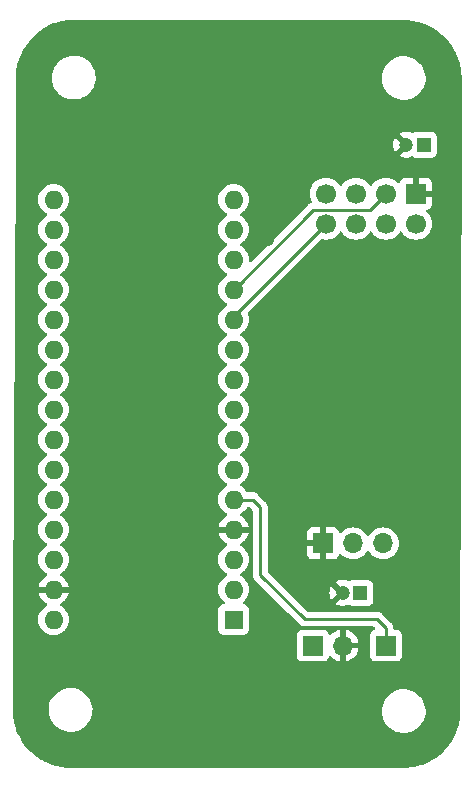
<source format=gbr>
%TF.GenerationSoftware,KiCad,Pcbnew,7.0.7*%
%TF.CreationDate,2023-10-16T17:55:03+02:00*%
%TF.ProjectId,arduino-nano-radio-receiver,61726475-696e-46f2-9d6e-616e6f2d7261,0*%
%TF.SameCoordinates,Original*%
%TF.FileFunction,Copper,L2,Bot*%
%TF.FilePolarity,Positive*%
%FSLAX46Y46*%
G04 Gerber Fmt 4.6, Leading zero omitted, Abs format (unit mm)*
G04 Created by KiCad (PCBNEW 7.0.7) date 2023-10-16 17:55:03*
%MOMM*%
%LPD*%
G01*
G04 APERTURE LIST*
%TA.AperFunction,ComponentPad*%
%ADD10R,1.600000X1.600000*%
%TD*%
%TA.AperFunction,ComponentPad*%
%ADD11O,1.600000X1.600000*%
%TD*%
%TA.AperFunction,ComponentPad*%
%ADD12R,1.200000X1.200000*%
%TD*%
%TA.AperFunction,ComponentPad*%
%ADD13C,1.200000*%
%TD*%
%TA.AperFunction,ComponentPad*%
%ADD14R,1.700000X1.700000*%
%TD*%
%TA.AperFunction,ComponentPad*%
%ADD15O,1.700000X1.700000*%
%TD*%
%TA.AperFunction,ComponentPad*%
%ADD16C,1.700000*%
%TD*%
%TA.AperFunction,ViaPad*%
%ADD17C,0.800000*%
%TD*%
%TA.AperFunction,Conductor*%
%ADD18C,0.250000*%
%TD*%
G04 APERTURE END LIST*
D10*
%TO.P,A1,1,D1/TX*%
%TO.N,unconnected-(A1-D1{slash}TX-Pad1)*%
X97900000Y-81860000D03*
D11*
%TO.P,A1,2,D0/RX*%
%TO.N,unconnected-(A1-D0{slash}RX-Pad2)*%
X97900000Y-79320000D03*
%TO.P,A1,3,~{RESET}*%
%TO.N,unconnected-(A1-~{RESET}-Pad3)*%
X97900000Y-76780000D03*
%TO.P,A1,4,GND*%
%TO.N,GND*%
X97900000Y-74240000D03*
%TO.P,A1,5,D2*%
%TO.N,Net-(A1-D2)*%
X97900000Y-71700000D03*
%TO.P,A1,6,D3*%
%TO.N,unconnected-(A1-D3-Pad6)*%
X97900000Y-69160000D03*
%TO.P,A1,7,D4*%
%TO.N,unconnected-(A1-D4-Pad7)*%
X97900000Y-66620000D03*
%TO.P,A1,8,D5*%
%TO.N,unconnected-(A1-D5-Pad8)*%
X97900000Y-64080000D03*
%TO.P,A1,9,D6*%
%TO.N,unconnected-(A1-D6-Pad9)*%
X97900000Y-61540000D03*
%TO.P,A1,10,D7*%
%TO.N,unconnected-(A1-D7-Pad10)*%
X97900000Y-59000000D03*
%TO.P,A1,11,D8*%
%TO.N,/IRQ*%
X97900000Y-56460000D03*
%TO.P,A1,12,D9*%
%TO.N,/CE*%
X97900000Y-53920000D03*
%TO.P,A1,13,D10*%
%TO.N,/CSN*%
X97900000Y-51380000D03*
%TO.P,A1,14,D11*%
%TO.N,/MOSI*%
X97900000Y-48840000D03*
%TO.P,A1,15,D12*%
%TO.N,/MISO*%
X97900000Y-46300000D03*
%TO.P,A1,16,D13*%
%TO.N,/SCK*%
X82660000Y-46300000D03*
%TO.P,A1,17,3V3*%
%TO.N,unconnected-(A1-3V3-Pad17)*%
X82660000Y-48840000D03*
%TO.P,A1,18,AREF*%
%TO.N,unconnected-(A1-AREF-Pad18)*%
X82660000Y-51380000D03*
%TO.P,A1,19,A0*%
%TO.N,unconnected-(A1-A0-Pad19)*%
X82660000Y-53920000D03*
%TO.P,A1,20,A1*%
%TO.N,unconnected-(A1-A1-Pad20)*%
X82660000Y-56460000D03*
%TO.P,A1,21,A2*%
%TO.N,unconnected-(A1-A2-Pad21)*%
X82660000Y-59000000D03*
%TO.P,A1,22,A3*%
%TO.N,unconnected-(A1-A3-Pad22)*%
X82660000Y-61540000D03*
%TO.P,A1,23,A4*%
%TO.N,unconnected-(A1-A4-Pad23)*%
X82660000Y-64080000D03*
%TO.P,A1,24,A5*%
%TO.N,unconnected-(A1-A5-Pad24)*%
X82660000Y-66620000D03*
%TO.P,A1,25,A6*%
%TO.N,unconnected-(A1-A6-Pad25)*%
X82660000Y-69160000D03*
%TO.P,A1,26,A7*%
%TO.N,unconnected-(A1-A7-Pad26)*%
X82660000Y-71700000D03*
%TO.P,A1,27,+5V*%
%TO.N,unconnected-(A1-+5V-Pad27)*%
X82660000Y-74240000D03*
%TO.P,A1,28,~{RESET}*%
%TO.N,unconnected-(A1-~{RESET}-Pad28)*%
X82660000Y-76780000D03*
%TO.P,A1,29,GND*%
%TO.N,GND*%
X82660000Y-79320000D03*
%TO.P,A1,30,VIN*%
%TO.N,+12V*%
X82660000Y-81860000D03*
%TD*%
D12*
%TO.P,C1,1*%
%TO.N,+3.3V*%
X108620000Y-79600000D03*
D13*
%TO.P,C1,2*%
%TO.N,GND*%
X107120000Y-79600000D03*
%TD*%
D14*
%TO.P,J1,1,Pin_1*%
%TO.N,Net-(A1-D2)*%
X110800000Y-84050000D03*
%TD*%
%TO.P,BT1,1,+*%
%TO.N,+12V*%
X104600000Y-84050000D03*
D15*
%TO.P,BT1,2,-*%
%TO.N,GND*%
X107140000Y-84050000D03*
%TD*%
D12*
%TO.P,C2,1*%
%TO.N,+3.3V*%
X114000000Y-41650000D03*
D13*
%TO.P,C2,2*%
%TO.N,GND*%
X112500000Y-41650000D03*
%TD*%
D14*
%TO.P,U2,1,GND*%
%TO.N,GND*%
X113320000Y-45800000D03*
D16*
%TO.P,U2,2,VCC*%
%TO.N,+3.3V*%
X113320000Y-48340000D03*
%TO.P,U2,3,CE*%
%TO.N,/CE*%
X110780000Y-45800000D03*
%TO.P,U2,4,~{CSN}*%
%TO.N,/CSN*%
X110780000Y-48340000D03*
%TO.P,U2,5,SCK*%
%TO.N,/SCK*%
X108240000Y-45800000D03*
%TO.P,U2,6,MOSI*%
%TO.N,/MOSI*%
X108240000Y-48340000D03*
%TO.P,U2,7,MISO*%
%TO.N,/MISO*%
X105700000Y-45800000D03*
%TO.P,U2,8,IRQ*%
%TO.N,/IRQ*%
X105700000Y-48340000D03*
%TD*%
D14*
%TO.P,U1,1,GND*%
%TO.N,GND*%
X105470000Y-75400000D03*
D15*
%TO.P,U1,2,VO*%
%TO.N,+3.3V*%
X108010000Y-75400000D03*
%TO.P,U1,3,VI*%
%TO.N,+12V*%
X110550000Y-75400000D03*
%TD*%
D17*
%TO.N,GND*%
X85800000Y-65900000D03*
X105200000Y-77750000D03*
X82200000Y-40800000D03*
X106500000Y-36700000D03*
X89600000Y-92000000D03*
X96100000Y-87800000D03*
X97900000Y-38800000D03*
X107100000Y-59400000D03*
X115900000Y-84000000D03*
X88600000Y-36900000D03*
X102900000Y-56600000D03*
X86300000Y-46800000D03*
X106400000Y-90700000D03*
X113800000Y-61200000D03*
X95200000Y-75900000D03*
X94200000Y-60300000D03*
X111700000Y-53250000D03*
X100900000Y-49800000D03*
X87000000Y-80100000D03*
X90400000Y-52700000D03*
X113370000Y-78100000D03*
X101500000Y-81100000D03*
%TD*%
D18*
%TO.N,Net-(A1-D2)*%
X99500000Y-71700000D02*
X97900000Y-71700000D01*
X110800000Y-82600000D02*
X110000000Y-81800000D01*
X100150000Y-78050000D02*
X100150000Y-72350000D01*
X103900000Y-81800000D02*
X100150000Y-78050000D01*
X100150000Y-72350000D02*
X99500000Y-71700000D01*
X110000000Y-81800000D02*
X103900000Y-81800000D01*
X110800000Y-84050000D02*
X110800000Y-82600000D01*
%TO.N,/IRQ*%
X97900000Y-56140000D02*
X97900000Y-56460000D01*
X105700000Y-48340000D02*
X97900000Y-56140000D01*
%TO.N,/CE*%
X104655000Y-47165000D02*
X97900000Y-53920000D01*
X109415000Y-47165000D02*
X104655000Y-47165000D01*
X110780000Y-45800000D02*
X109415000Y-47165000D01*
%TD*%
%TA.AperFunction,Conductor*%
%TO.N,GND*%
G36*
X112248230Y-31100179D02*
G01*
X112248451Y-31100245D01*
X112300000Y-31100245D01*
X112493191Y-31108734D01*
X112734306Y-31119954D01*
X112739528Y-31120421D01*
X112952645Y-31148662D01*
X113173288Y-31179643D01*
X113178136Y-31180523D01*
X113391727Y-31228193D01*
X113605032Y-31278701D01*
X113609487Y-31279932D01*
X113787858Y-31336562D01*
X113819607Y-31346642D01*
X114026062Y-31416322D01*
X114030109Y-31417847D01*
X114138655Y-31463132D01*
X114234452Y-31503099D01*
X114327851Y-31544641D01*
X114432941Y-31591383D01*
X114436537Y-31593123D01*
X114633157Y-31696258D01*
X114822324Y-31802443D01*
X114825455Y-31804325D01*
X115012650Y-31924553D01*
X115191067Y-32047798D01*
X115193756Y-32049766D01*
X115369909Y-32186127D01*
X115431821Y-32238010D01*
X115536113Y-32325409D01*
X115538381Y-32327407D01*
X115702082Y-32478869D01*
X115855658Y-32634019D01*
X116005433Y-32799249D01*
X116007421Y-32801553D01*
X116144991Y-32969156D01*
X116279552Y-33146697D01*
X116281510Y-33149432D01*
X116402914Y-33329076D01*
X116470625Y-33436907D01*
X116521216Y-33517475D01*
X116523081Y-33520651D01*
X116591435Y-33645386D01*
X116627335Y-33710898D01*
X116728449Y-33908545D01*
X116730157Y-33912166D01*
X116816411Y-34111549D01*
X116899568Y-34316737D01*
X116901052Y-34320799D01*
X116968628Y-34527975D01*
X117025047Y-34712180D01*
X117033171Y-34738702D01*
X117034364Y-34743191D01*
X117082724Y-34957144D01*
X117128179Y-35171059D01*
X117129016Y-35175953D01*
X117157752Y-35396954D01*
X117183806Y-35610257D01*
X117184222Y-35615527D01*
X117192982Y-35856738D01*
X117199500Y-36049995D01*
X117199020Y-36097970D01*
X117199402Y-36101633D01*
X117099670Y-89456241D01*
X117098691Y-89459549D01*
X117099580Y-89503977D01*
X117094974Y-89699026D01*
X117089014Y-89926586D01*
X117088655Y-89931822D01*
X117065262Y-90142027D01*
X117039924Y-90354788D01*
X117039147Y-90359657D01*
X116996981Y-90569775D01*
X116952653Y-90776851D01*
X116951520Y-90781323D01*
X116890853Y-90988184D01*
X116827919Y-91189329D01*
X116826495Y-91193381D01*
X116747769Y-91394868D01*
X116724538Y-91450499D01*
X116666713Y-91588968D01*
X116665064Y-91592586D01*
X116568852Y-91786918D01*
X116470352Y-91972508D01*
X116468543Y-91975687D01*
X116355580Y-92161210D01*
X116240408Y-92336890D01*
X116238503Y-92339633D01*
X116109640Y-92514839D01*
X115978722Y-92679194D01*
X115976782Y-92681511D01*
X115833012Y-92844980D01*
X115686483Y-92997617D01*
X115529011Y-93147948D01*
X115526775Y-93149981D01*
X115367914Y-93287485D01*
X115198099Y-93423403D01*
X115195436Y-93425419D01*
X115024613Y-93547658D01*
X114843862Y-93668095D01*
X114840759Y-93670033D01*
X114659317Y-93776043D01*
X114469097Y-93880093D01*
X114465550Y-93881888D01*
X114274942Y-93970790D01*
X114076811Y-94057687D01*
X114072821Y-94059274D01*
X113874434Y-94130358D01*
X113670185Y-94199429D01*
X113665764Y-94200743D01*
X113460692Y-94253481D01*
X113252467Y-94304189D01*
X113247633Y-94305165D01*
X113036066Y-94339169D01*
X112826990Y-94371121D01*
X112821773Y-94371694D01*
X112594500Y-94386946D01*
X112401978Y-94399370D01*
X112397984Y-94399499D01*
X84099999Y-94399499D01*
X83905479Y-94391006D01*
X83668591Y-94380053D01*
X83663359Y-94379589D01*
X83450878Y-94351615D01*
X83232422Y-94321142D01*
X83227566Y-94320267D01*
X83014878Y-94273115D01*
X82863034Y-94237402D01*
X82803325Y-94223359D01*
X82798882Y-94222138D01*
X82589614Y-94156156D01*
X82384752Y-94087493D01*
X82380727Y-94085987D01*
X82177212Y-94001688D01*
X81980057Y-93914636D01*
X81976527Y-93912940D01*
X81780558Y-93810925D01*
X81717932Y-93776043D01*
X81592542Y-93706201D01*
X81589448Y-93704355D01*
X81402764Y-93585425D01*
X81225315Y-93463869D01*
X81222609Y-93461907D01*
X81046793Y-93326998D01*
X80881273Y-93189552D01*
X80878995Y-93187564D01*
X80757620Y-93076345D01*
X80715451Y-93037704D01*
X80562295Y-92884548D01*
X80412434Y-92721003D01*
X80410446Y-92718725D01*
X80273001Y-92553206D01*
X80191969Y-92447604D01*
X80138079Y-92377373D01*
X80136129Y-92374683D01*
X80014574Y-92197235D01*
X79895631Y-92010531D01*
X79893810Y-92007478D01*
X79789078Y-91819448D01*
X79687045Y-91623446D01*
X79685375Y-91619969D01*
X79598327Y-91422825D01*
X79514000Y-91219242D01*
X79512515Y-91215274D01*
X79443849Y-91010403D01*
X79377851Y-90801085D01*
X79376647Y-90796704D01*
X79326882Y-90585112D01*
X79323482Y-90569775D01*
X79279726Y-90372404D01*
X79278860Y-90367601D01*
X79248394Y-90149197D01*
X79220406Y-89936607D01*
X79219946Y-89931420D01*
X79208999Y-89694670D01*
X79203458Y-89567763D01*
X82245787Y-89567763D01*
X82275413Y-89837013D01*
X82275415Y-89837024D01*
X82336144Y-90069314D01*
X82343928Y-90099088D01*
X82449870Y-90348390D01*
X82580035Y-90561673D01*
X82590979Y-90579605D01*
X82590986Y-90579615D01*
X82764253Y-90787819D01*
X82764259Y-90787824D01*
X82965998Y-90968582D01*
X83191910Y-91118044D01*
X83437176Y-91233020D01*
X83437183Y-91233022D01*
X83437185Y-91233023D01*
X83696557Y-91311057D01*
X83696564Y-91311058D01*
X83696569Y-91311060D01*
X83964561Y-91350500D01*
X83964566Y-91350500D01*
X84167636Y-91350500D01*
X84219133Y-91346730D01*
X84370156Y-91335677D01*
X84482758Y-91310593D01*
X84634546Y-91276782D01*
X84634548Y-91276781D01*
X84634553Y-91276780D01*
X84887558Y-91180014D01*
X85123777Y-91047441D01*
X85338177Y-90881888D01*
X85526186Y-90686881D01*
X85683799Y-90466579D01*
X85757787Y-90322669D01*
X85807649Y-90225690D01*
X85807651Y-90225684D01*
X85807656Y-90225675D01*
X85895118Y-89969305D01*
X85944319Y-89702933D01*
X85945604Y-89667763D01*
X110445787Y-89667763D01*
X110475413Y-89937013D01*
X110475415Y-89937024D01*
X110529010Y-90142027D01*
X110543928Y-90199088D01*
X110649870Y-90448390D01*
X110729950Y-90579605D01*
X110790979Y-90679605D01*
X110790986Y-90679615D01*
X110964253Y-90887819D01*
X110964259Y-90887824D01*
X111165998Y-91068582D01*
X111391910Y-91218044D01*
X111637176Y-91333020D01*
X111637183Y-91333022D01*
X111637185Y-91333023D01*
X111896557Y-91411057D01*
X111896564Y-91411058D01*
X111896569Y-91411060D01*
X112164561Y-91450500D01*
X112164566Y-91450500D01*
X112367636Y-91450500D01*
X112419133Y-91446730D01*
X112570156Y-91435677D01*
X112682758Y-91410593D01*
X112834546Y-91376782D01*
X112834548Y-91376781D01*
X112834553Y-91376780D01*
X113087558Y-91280014D01*
X113323777Y-91147441D01*
X113538177Y-90981888D01*
X113726186Y-90786881D01*
X113883799Y-90566579D01*
X113983617Y-90372432D01*
X114007649Y-90325690D01*
X114007651Y-90325684D01*
X114007656Y-90325675D01*
X114095118Y-90069305D01*
X114144319Y-89802933D01*
X114154212Y-89532235D01*
X114124586Y-89262982D01*
X114056072Y-89000912D01*
X113950130Y-88751610D01*
X113809018Y-88520390D01*
X113719747Y-88413119D01*
X113635746Y-88312180D01*
X113635740Y-88312175D01*
X113434002Y-88131418D01*
X113208092Y-87981957D01*
X113208090Y-87981956D01*
X112962824Y-87866980D01*
X112962819Y-87866978D01*
X112962814Y-87866976D01*
X112703442Y-87788942D01*
X112703428Y-87788939D01*
X112587791Y-87771921D01*
X112435439Y-87749500D01*
X112232369Y-87749500D01*
X112232364Y-87749500D01*
X112029844Y-87764323D01*
X112029831Y-87764325D01*
X111765453Y-87823217D01*
X111765446Y-87823220D01*
X111512439Y-87919987D01*
X111276226Y-88052557D01*
X111061822Y-88218112D01*
X110873822Y-88413109D01*
X110873816Y-88413116D01*
X110716202Y-88633419D01*
X110716199Y-88633424D01*
X110592350Y-88874309D01*
X110592343Y-88874327D01*
X110504884Y-89130685D01*
X110504881Y-89130699D01*
X110455681Y-89397068D01*
X110455680Y-89397075D01*
X110445787Y-89667763D01*
X85945604Y-89667763D01*
X85954212Y-89432235D01*
X85924586Y-89162982D01*
X85856072Y-88900912D01*
X85750130Y-88651610D01*
X85609018Y-88420390D01*
X85519747Y-88313119D01*
X85435746Y-88212180D01*
X85435740Y-88212175D01*
X85234002Y-88031418D01*
X85008092Y-87881957D01*
X84976143Y-87866980D01*
X84762824Y-87766980D01*
X84762819Y-87766978D01*
X84762814Y-87766976D01*
X84503442Y-87688942D01*
X84503428Y-87688939D01*
X84387791Y-87671921D01*
X84235439Y-87649500D01*
X84032369Y-87649500D01*
X84032364Y-87649500D01*
X83829844Y-87664323D01*
X83829831Y-87664325D01*
X83565453Y-87723217D01*
X83565446Y-87723220D01*
X83312439Y-87819987D01*
X83076226Y-87952557D01*
X82861822Y-88118112D01*
X82673822Y-88313109D01*
X82673816Y-88313116D01*
X82516202Y-88533419D01*
X82516199Y-88533424D01*
X82392350Y-88774309D01*
X82392343Y-88774327D01*
X82304884Y-89030685D01*
X82304881Y-89030699D01*
X82255681Y-89297068D01*
X82255680Y-89297075D01*
X82245787Y-89567763D01*
X79203458Y-89567763D01*
X79200562Y-89501442D01*
X79200507Y-89498545D01*
X79223018Y-84947870D01*
X103249500Y-84947870D01*
X103249501Y-84947876D01*
X103255908Y-85007483D01*
X103306202Y-85142328D01*
X103306206Y-85142335D01*
X103392452Y-85257544D01*
X103392455Y-85257547D01*
X103507664Y-85343793D01*
X103507671Y-85343797D01*
X103642517Y-85394091D01*
X103642516Y-85394091D01*
X103649444Y-85394835D01*
X103702127Y-85400500D01*
X105497872Y-85400499D01*
X105557483Y-85394091D01*
X105692331Y-85343796D01*
X105807546Y-85257546D01*
X105893796Y-85142331D01*
X105943002Y-85010401D01*
X105984872Y-84954468D01*
X106050337Y-84930050D01*
X106118610Y-84944901D01*
X106146865Y-84966053D01*
X106268917Y-85088105D01*
X106462421Y-85223600D01*
X106676507Y-85323429D01*
X106676516Y-85323433D01*
X106890000Y-85380634D01*
X106890000Y-84662301D01*
X106909685Y-84595262D01*
X106962489Y-84549507D01*
X107031647Y-84539563D01*
X107104237Y-84550000D01*
X107104238Y-84550000D01*
X107175762Y-84550000D01*
X107175763Y-84550000D01*
X107248353Y-84539563D01*
X107317512Y-84549507D01*
X107370315Y-84595262D01*
X107390000Y-84662301D01*
X107390000Y-85380633D01*
X107603483Y-85323433D01*
X107603492Y-85323429D01*
X107817578Y-85223600D01*
X108011082Y-85088105D01*
X108178105Y-84921082D01*
X108313600Y-84727578D01*
X108413429Y-84513492D01*
X108413432Y-84513486D01*
X108470636Y-84300000D01*
X107753347Y-84300000D01*
X107686308Y-84280315D01*
X107640553Y-84227511D01*
X107630609Y-84158353D01*
X107634369Y-84141067D01*
X107640000Y-84121888D01*
X107640000Y-83978111D01*
X107634369Y-83958933D01*
X107634370Y-83889064D01*
X107672145Y-83830286D01*
X107735701Y-83801262D01*
X107753347Y-83800000D01*
X108470636Y-83800000D01*
X108470635Y-83799999D01*
X108413432Y-83586513D01*
X108413429Y-83586507D01*
X108313600Y-83372422D01*
X108313599Y-83372420D01*
X108178113Y-83178926D01*
X108178108Y-83178920D01*
X108011082Y-83011894D01*
X107817578Y-82876399D01*
X107603492Y-82776570D01*
X107603486Y-82776567D01*
X107390000Y-82719364D01*
X107390000Y-83437698D01*
X107370315Y-83504737D01*
X107317511Y-83550492D01*
X107248355Y-83560436D01*
X107175766Y-83550000D01*
X107175763Y-83550000D01*
X107104237Y-83550000D01*
X107104233Y-83550000D01*
X107031645Y-83560436D01*
X106962487Y-83550492D01*
X106909684Y-83504736D01*
X106890000Y-83437698D01*
X106890000Y-82719364D01*
X106889999Y-82719364D01*
X106676513Y-82776567D01*
X106676507Y-82776570D01*
X106462422Y-82876399D01*
X106462420Y-82876400D01*
X106268926Y-83011886D01*
X106146865Y-83133947D01*
X106085542Y-83167431D01*
X106015850Y-83162447D01*
X105959917Y-83120575D01*
X105943002Y-83089598D01*
X105941936Y-83086741D01*
X105893796Y-82957669D01*
X105893795Y-82957668D01*
X105893793Y-82957664D01*
X105807547Y-82842455D01*
X105807544Y-82842452D01*
X105692335Y-82756206D01*
X105692328Y-82756202D01*
X105557482Y-82705908D01*
X105557483Y-82705908D01*
X105497883Y-82699501D01*
X105497881Y-82699500D01*
X105497873Y-82699500D01*
X105497864Y-82699500D01*
X103702129Y-82699500D01*
X103702123Y-82699501D01*
X103642516Y-82705908D01*
X103507671Y-82756202D01*
X103507664Y-82756206D01*
X103392455Y-82842452D01*
X103392452Y-82842455D01*
X103306206Y-82957664D01*
X103306202Y-82957671D01*
X103255908Y-83092517D01*
X103250198Y-83145633D01*
X103249501Y-83152123D01*
X103249500Y-83152135D01*
X103249500Y-84947870D01*
X79223018Y-84947870D01*
X79238293Y-81860001D01*
X81354532Y-81860001D01*
X81374364Y-82086686D01*
X81374366Y-82086697D01*
X81433258Y-82306488D01*
X81433261Y-82306497D01*
X81529431Y-82512732D01*
X81529432Y-82512734D01*
X81659954Y-82699141D01*
X81820858Y-82860045D01*
X81820861Y-82860047D01*
X82007266Y-82990568D01*
X82213504Y-83086739D01*
X82433308Y-83145635D01*
X82595230Y-83159801D01*
X82659998Y-83165468D01*
X82660000Y-83165468D01*
X82660002Y-83165468D01*
X82716807Y-83160498D01*
X82886692Y-83145635D01*
X83106496Y-83086739D01*
X83312734Y-82990568D01*
X83499139Y-82860047D01*
X83660047Y-82699139D01*
X83790568Y-82512734D01*
X83886739Y-82306496D01*
X83945635Y-82086692D01*
X83965468Y-81860000D01*
X83945635Y-81633308D01*
X83886739Y-81413504D01*
X83790568Y-81207266D01*
X83660047Y-81020861D01*
X83660045Y-81020858D01*
X83499141Y-80859954D01*
X83312734Y-80729432D01*
X83312732Y-80729431D01*
X83301275Y-80724088D01*
X83254132Y-80702105D01*
X83201694Y-80655934D01*
X83182542Y-80588740D01*
X83202758Y-80521859D01*
X83254134Y-80477341D01*
X83312484Y-80450132D01*
X83498820Y-80319657D01*
X83659657Y-80158820D01*
X83790134Y-79972482D01*
X83886265Y-79766326D01*
X83886269Y-79766317D01*
X83938872Y-79570000D01*
X83273347Y-79570000D01*
X83206308Y-79550315D01*
X83160553Y-79497511D01*
X83150609Y-79428353D01*
X83154369Y-79411067D01*
X83160000Y-79391888D01*
X83160000Y-79320001D01*
X96594532Y-79320001D01*
X96614364Y-79546686D01*
X96614366Y-79546697D01*
X96673258Y-79766488D01*
X96673261Y-79766497D01*
X96769431Y-79972732D01*
X96769432Y-79972734D01*
X96899954Y-80159141D01*
X97060858Y-80320045D01*
X97085462Y-80337273D01*
X97129087Y-80391849D01*
X97136281Y-80461348D01*
X97104758Y-80523703D01*
X97044529Y-80559117D01*
X97027593Y-80562138D01*
X96992516Y-80565908D01*
X96857671Y-80616202D01*
X96857664Y-80616206D01*
X96742455Y-80702452D01*
X96742452Y-80702455D01*
X96656206Y-80817664D01*
X96656202Y-80817671D01*
X96605908Y-80952517D01*
X96599501Y-81012116D01*
X96599501Y-81012123D01*
X96599500Y-81012135D01*
X96599500Y-82707870D01*
X96599501Y-82707876D01*
X96605908Y-82767483D01*
X96656202Y-82902328D01*
X96656206Y-82902335D01*
X96742452Y-83017544D01*
X96742455Y-83017547D01*
X96857664Y-83103793D01*
X96857671Y-83103797D01*
X96992517Y-83154091D01*
X96992516Y-83154091D01*
X96999444Y-83154835D01*
X97052127Y-83160500D01*
X98747872Y-83160499D01*
X98807483Y-83154091D01*
X98942331Y-83103796D01*
X99057546Y-83017546D01*
X99143796Y-82902331D01*
X99194091Y-82767483D01*
X99200500Y-82707873D01*
X99200499Y-81012128D01*
X99194091Y-80952517D01*
X99159567Y-80859954D01*
X99143797Y-80817671D01*
X99143793Y-80817664D01*
X99057547Y-80702455D01*
X99057544Y-80702452D01*
X98942335Y-80616206D01*
X98942328Y-80616202D01*
X98807482Y-80565908D01*
X98807483Y-80565908D01*
X98772404Y-80562137D01*
X98707853Y-80535399D01*
X98668005Y-80478006D01*
X98665512Y-80408181D01*
X98701165Y-80348092D01*
X98714539Y-80337272D01*
X98739140Y-80320046D01*
X98900045Y-80159141D01*
X98900044Y-80159141D01*
X98900047Y-80159139D01*
X99030568Y-79972734D01*
X99126739Y-79766496D01*
X99185635Y-79546692D01*
X99205468Y-79320000D01*
X99185635Y-79093308D01*
X99132512Y-78895048D01*
X99126741Y-78873511D01*
X99126738Y-78873502D01*
X99108933Y-78835320D01*
X99030568Y-78667266D01*
X98900047Y-78480861D01*
X98900045Y-78480858D01*
X98739141Y-78319954D01*
X98552734Y-78189432D01*
X98552728Y-78189429D01*
X98525038Y-78176517D01*
X98494724Y-78162381D01*
X98442285Y-78116210D01*
X98423133Y-78049017D01*
X98443348Y-77982135D01*
X98494725Y-77937618D01*
X98552734Y-77910568D01*
X98739139Y-77780047D01*
X98900047Y-77619139D01*
X99030568Y-77432734D01*
X99126739Y-77226496D01*
X99185635Y-77006692D01*
X99205468Y-76780000D01*
X99203338Y-76755659D01*
X99196186Y-76673903D01*
X99185635Y-76553308D01*
X99126739Y-76333504D01*
X99030568Y-76127266D01*
X98900047Y-75940861D01*
X98900045Y-75940858D01*
X98739141Y-75779954D01*
X98552734Y-75649432D01*
X98552732Y-75649431D01*
X98522670Y-75635413D01*
X98494132Y-75622105D01*
X98441694Y-75575934D01*
X98422542Y-75508740D01*
X98442758Y-75441859D01*
X98494134Y-75397341D01*
X98552484Y-75370132D01*
X98738820Y-75239657D01*
X98899657Y-75078820D01*
X99030134Y-74892482D01*
X99126265Y-74686326D01*
X99126269Y-74686317D01*
X99178872Y-74490000D01*
X98513347Y-74490000D01*
X98446308Y-74470315D01*
X98400553Y-74417511D01*
X98390609Y-74348353D01*
X98394369Y-74331067D01*
X98400000Y-74311888D01*
X98400000Y-74168111D01*
X98394369Y-74148933D01*
X98394370Y-74079064D01*
X98432145Y-74020286D01*
X98495701Y-73991262D01*
X98513347Y-73990000D01*
X99178872Y-73990000D01*
X99178872Y-73989999D01*
X99126269Y-73793682D01*
X99126265Y-73793673D01*
X99030134Y-73587517D01*
X98899657Y-73401179D01*
X98738820Y-73240342D01*
X98552482Y-73109865D01*
X98494133Y-73082657D01*
X98441694Y-73036484D01*
X98422542Y-72969291D01*
X98442758Y-72902410D01*
X98494129Y-72857895D01*
X98552734Y-72830568D01*
X98739139Y-72700047D01*
X98900047Y-72539139D01*
X99012612Y-72378377D01*
X99067189Y-72334752D01*
X99114188Y-72325500D01*
X99189548Y-72325500D01*
X99256587Y-72345185D01*
X99277229Y-72361819D01*
X99488181Y-72572771D01*
X99521666Y-72634094D01*
X99524500Y-72660452D01*
X99524500Y-77967255D01*
X99522775Y-77982872D01*
X99523061Y-77982899D01*
X99522326Y-77990665D01*
X99524500Y-78059814D01*
X99524500Y-78089343D01*
X99524501Y-78089360D01*
X99525368Y-78096231D01*
X99525826Y-78102050D01*
X99527290Y-78148624D01*
X99527291Y-78148627D01*
X99532880Y-78167867D01*
X99536824Y-78186911D01*
X99537198Y-78189865D01*
X99539336Y-78206791D01*
X99556490Y-78250119D01*
X99558382Y-78255647D01*
X99571381Y-78300388D01*
X99581580Y-78317634D01*
X99590138Y-78335103D01*
X99597514Y-78353732D01*
X99624898Y-78391423D01*
X99628106Y-78396307D01*
X99651827Y-78436416D01*
X99651833Y-78436424D01*
X99665990Y-78450580D01*
X99678628Y-78465376D01*
X99690109Y-78481179D01*
X99690406Y-78481587D01*
X99719805Y-78505908D01*
X99726309Y-78511288D01*
X99730620Y-78515210D01*
X102485013Y-81269604D01*
X103399197Y-82183788D01*
X103409022Y-82196051D01*
X103409243Y-82195869D01*
X103414214Y-82201878D01*
X103426676Y-82213580D01*
X103464635Y-82249226D01*
X103485529Y-82270120D01*
X103491011Y-82274373D01*
X103495443Y-82278157D01*
X103529418Y-82310062D01*
X103546976Y-82319714D01*
X103563233Y-82330393D01*
X103579064Y-82342673D01*
X103598737Y-82351186D01*
X103621833Y-82361182D01*
X103627077Y-82363750D01*
X103667908Y-82386197D01*
X103680523Y-82389435D01*
X103687305Y-82391177D01*
X103705719Y-82397481D01*
X103724104Y-82405438D01*
X103770157Y-82412732D01*
X103775826Y-82413906D01*
X103820981Y-82425500D01*
X103841016Y-82425500D01*
X103860413Y-82427026D01*
X103880196Y-82430160D01*
X103926583Y-82425775D01*
X103932422Y-82425500D01*
X109689548Y-82425500D01*
X109756587Y-82445185D01*
X109777229Y-82461819D01*
X109836311Y-82520901D01*
X109869796Y-82582224D01*
X109864812Y-82651916D01*
X109822940Y-82707849D01*
X109791963Y-82724764D01*
X109707671Y-82756202D01*
X109707664Y-82756206D01*
X109592455Y-82842452D01*
X109592452Y-82842455D01*
X109506206Y-82957664D01*
X109506202Y-82957671D01*
X109455908Y-83092517D01*
X109450198Y-83145633D01*
X109449501Y-83152123D01*
X109449500Y-83152135D01*
X109449500Y-84947870D01*
X109449501Y-84947876D01*
X109455908Y-85007483D01*
X109506202Y-85142328D01*
X109506206Y-85142335D01*
X109592452Y-85257544D01*
X109592455Y-85257547D01*
X109707664Y-85343793D01*
X109707671Y-85343797D01*
X109842517Y-85394091D01*
X109842516Y-85394091D01*
X109849444Y-85394835D01*
X109902127Y-85400500D01*
X111697872Y-85400499D01*
X111757483Y-85394091D01*
X111892331Y-85343796D01*
X112007546Y-85257546D01*
X112093796Y-85142331D01*
X112144091Y-85007483D01*
X112150500Y-84947873D01*
X112150499Y-83152128D01*
X112144091Y-83092517D01*
X112143002Y-83089598D01*
X112093797Y-82957671D01*
X112093793Y-82957664D01*
X112007547Y-82842455D01*
X112007544Y-82842452D01*
X111892335Y-82756206D01*
X111892328Y-82756202D01*
X111757482Y-82705908D01*
X111757483Y-82705908D01*
X111697883Y-82699501D01*
X111697881Y-82699500D01*
X111697873Y-82699500D01*
X111697865Y-82699500D01*
X111549500Y-82699500D01*
X111482461Y-82679815D01*
X111436706Y-82627011D01*
X111425500Y-82575500D01*
X111425500Y-82560654D01*
X111425500Y-82560650D01*
X111424631Y-82553772D01*
X111424172Y-82547943D01*
X111423322Y-82520901D01*
X111422709Y-82501373D01*
X111417122Y-82482144D01*
X111413174Y-82463084D01*
X111413014Y-82461819D01*
X111410664Y-82443208D01*
X111410663Y-82443206D01*
X111410663Y-82443204D01*
X111393512Y-82399887D01*
X111391619Y-82394358D01*
X111378618Y-82349609D01*
X111378616Y-82349606D01*
X111368423Y-82332371D01*
X111359861Y-82314894D01*
X111352487Y-82296270D01*
X111352486Y-82296268D01*
X111325079Y-82258545D01*
X111321888Y-82253686D01*
X111319250Y-82249226D01*
X111298170Y-82213580D01*
X111298168Y-82213578D01*
X111298165Y-82213574D01*
X111284006Y-82199415D01*
X111271368Y-82184619D01*
X111259594Y-82168413D01*
X111223688Y-82138709D01*
X111219376Y-82134786D01*
X110500803Y-81416212D01*
X110490980Y-81403950D01*
X110490759Y-81404134D01*
X110485786Y-81398123D01*
X110435364Y-81350773D01*
X110424919Y-81340328D01*
X110414475Y-81329883D01*
X110408986Y-81325625D01*
X110404561Y-81321847D01*
X110370582Y-81289938D01*
X110370580Y-81289936D01*
X110370577Y-81289935D01*
X110353029Y-81280288D01*
X110336763Y-81269604D01*
X110320933Y-81257325D01*
X110278168Y-81238818D01*
X110272922Y-81236248D01*
X110232093Y-81213803D01*
X110232092Y-81213802D01*
X110212693Y-81208822D01*
X110194281Y-81202518D01*
X110175898Y-81194562D01*
X110175892Y-81194560D01*
X110129874Y-81187272D01*
X110124152Y-81186087D01*
X110079021Y-81174500D01*
X110079019Y-81174500D01*
X110058984Y-81174500D01*
X110039586Y-81172973D01*
X110032162Y-81171797D01*
X110019805Y-81169840D01*
X110019804Y-81169840D01*
X109973416Y-81174225D01*
X109967578Y-81174500D01*
X104210452Y-81174500D01*
X104143413Y-81154815D01*
X104122771Y-81138181D01*
X102584590Y-79600000D01*
X106015287Y-79600000D01*
X106034096Y-79802989D01*
X106034097Y-79802992D01*
X106089883Y-79999063D01*
X106089886Y-79999069D01*
X106180754Y-80181556D01*
X106180755Y-80181557D01*
X106182533Y-80183912D01*
X106656879Y-79709566D01*
X106718202Y-79676081D01*
X106787893Y-79681065D01*
X106843827Y-79722936D01*
X106855560Y-79741974D01*
X106876448Y-79783922D01*
X106876449Y-79783923D01*
X106959332Y-79859483D01*
X106959333Y-79859483D01*
X106959334Y-79859484D01*
X106965485Y-79861866D01*
X107020887Y-79904437D01*
X107044479Y-79970203D01*
X107028771Y-80038284D01*
X107008375Y-80065175D01*
X106539310Y-80534240D01*
X106539311Y-80534241D01*
X106627581Y-80588895D01*
X106627588Y-80588899D01*
X106817678Y-80662539D01*
X107018072Y-80700000D01*
X107221928Y-80700000D01*
X107422326Y-80662538D01*
X107608902Y-80590259D01*
X107678525Y-80584396D01*
X107728005Y-80606617D01*
X107777665Y-80643793D01*
X107777668Y-80643795D01*
X107777671Y-80643797D01*
X107912517Y-80694091D01*
X107912516Y-80694091D01*
X107919444Y-80694835D01*
X107972127Y-80700500D01*
X109267872Y-80700499D01*
X109327483Y-80694091D01*
X109462331Y-80643796D01*
X109577546Y-80557546D01*
X109663796Y-80442331D01*
X109714091Y-80307483D01*
X109720500Y-80247873D01*
X109720499Y-78952128D01*
X109714091Y-78892517D01*
X109707002Y-78873511D01*
X109663797Y-78757671D01*
X109663793Y-78757664D01*
X109577547Y-78642455D01*
X109577544Y-78642452D01*
X109462335Y-78556206D01*
X109462328Y-78556202D01*
X109327482Y-78505908D01*
X109327483Y-78505908D01*
X109267883Y-78499501D01*
X109267881Y-78499500D01*
X109267873Y-78499500D01*
X109267864Y-78499500D01*
X107972129Y-78499500D01*
X107972123Y-78499501D01*
X107912516Y-78505908D01*
X107777671Y-78556202D01*
X107777665Y-78556205D01*
X107728004Y-78593381D01*
X107662539Y-78617797D01*
X107608902Y-78609740D01*
X107422324Y-78537460D01*
X107221928Y-78500000D01*
X107018072Y-78500000D01*
X106817678Y-78537460D01*
X106627588Y-78611100D01*
X106627584Y-78611102D01*
X106539310Y-78665758D01*
X107009736Y-79136183D01*
X107043221Y-79197506D01*
X107038237Y-79267197D01*
X106996366Y-79323131D01*
X106987334Y-79329290D01*
X106914390Y-79374456D01*
X106839874Y-79473132D01*
X106836484Y-79470572D01*
X106804007Y-79505488D01*
X106736315Y-79522798D01*
X106670011Y-79500763D01*
X106653004Y-79486556D01*
X106182533Y-79016085D01*
X106182532Y-79016085D01*
X106180756Y-79018439D01*
X106180754Y-79018442D01*
X106089886Y-79200930D01*
X106089883Y-79200936D01*
X106034097Y-79397007D01*
X106034096Y-79397010D01*
X106015287Y-79599999D01*
X106015287Y-79600000D01*
X102584590Y-79600000D01*
X100811819Y-77827228D01*
X100778334Y-77765905D01*
X100775500Y-77739547D01*
X100775500Y-75150000D01*
X104119999Y-75150000D01*
X104856653Y-75150000D01*
X104923692Y-75169685D01*
X104969447Y-75222489D01*
X104979391Y-75291647D01*
X104975631Y-75308933D01*
X104970000Y-75328111D01*
X104970000Y-75471888D01*
X104975631Y-75491067D01*
X104975630Y-75560936D01*
X104937855Y-75619714D01*
X104874299Y-75648738D01*
X104856653Y-75650000D01*
X104120000Y-75650000D01*
X104120000Y-76297844D01*
X104126401Y-76357372D01*
X104126403Y-76357379D01*
X104176645Y-76492086D01*
X104176649Y-76492093D01*
X104262809Y-76607187D01*
X104262812Y-76607190D01*
X104377906Y-76693350D01*
X104377913Y-76693354D01*
X104512620Y-76743596D01*
X104512627Y-76743598D01*
X104572155Y-76749999D01*
X104572172Y-76750000D01*
X105219999Y-76750000D01*
X105219999Y-76012301D01*
X105239683Y-75945262D01*
X105292487Y-75899507D01*
X105361646Y-75889563D01*
X105368380Y-75890531D01*
X105434237Y-75900000D01*
X105434238Y-75900000D01*
X105505762Y-75900000D01*
X105505763Y-75900000D01*
X105578353Y-75889563D01*
X105647512Y-75899507D01*
X105700315Y-75945262D01*
X105720000Y-76012301D01*
X105720000Y-76750000D01*
X106367828Y-76750000D01*
X106367844Y-76749999D01*
X106427372Y-76743598D01*
X106427379Y-76743596D01*
X106562086Y-76693354D01*
X106562093Y-76693350D01*
X106677187Y-76607190D01*
X106677190Y-76607187D01*
X106763350Y-76492093D01*
X106763354Y-76492086D01*
X106812422Y-76360529D01*
X106854293Y-76304595D01*
X106919757Y-76280178D01*
X106988030Y-76295030D01*
X107016284Y-76316181D01*
X107138599Y-76438495D01*
X107215135Y-76492086D01*
X107332165Y-76574032D01*
X107332167Y-76574033D01*
X107332170Y-76574035D01*
X107546337Y-76673903D01*
X107774592Y-76735063D01*
X107945319Y-76750000D01*
X108009999Y-76755659D01*
X108010000Y-76755659D01*
X108010001Y-76755659D01*
X108074681Y-76750000D01*
X108245408Y-76735063D01*
X108473663Y-76673903D01*
X108687830Y-76574035D01*
X108881401Y-76438495D01*
X109048495Y-76271401D01*
X109178424Y-76085842D01*
X109233002Y-76042217D01*
X109302500Y-76035023D01*
X109364855Y-76066546D01*
X109381575Y-76085842D01*
X109511500Y-76271395D01*
X109511505Y-76271401D01*
X109678599Y-76438495D01*
X109755135Y-76492086D01*
X109872165Y-76574032D01*
X109872167Y-76574033D01*
X109872170Y-76574035D01*
X110086337Y-76673903D01*
X110314592Y-76735063D01*
X110485319Y-76750000D01*
X110549999Y-76755659D01*
X110550000Y-76755659D01*
X110550001Y-76755659D01*
X110614681Y-76750000D01*
X110785408Y-76735063D01*
X111013663Y-76673903D01*
X111227830Y-76574035D01*
X111421401Y-76438495D01*
X111588495Y-76271401D01*
X111724035Y-76077830D01*
X111823903Y-75863663D01*
X111885063Y-75635408D01*
X111905659Y-75400000D01*
X111905426Y-75397342D01*
X111896179Y-75291647D01*
X111885063Y-75164592D01*
X111823903Y-74936337D01*
X111724035Y-74722171D01*
X111718425Y-74714158D01*
X111588494Y-74528597D01*
X111421402Y-74361506D01*
X111421395Y-74361501D01*
X111227834Y-74225967D01*
X111227830Y-74225965D01*
X111156727Y-74192809D01*
X111013663Y-74126097D01*
X111013659Y-74126096D01*
X111013655Y-74126094D01*
X110785413Y-74064938D01*
X110785403Y-74064936D01*
X110550001Y-74044341D01*
X110549999Y-74044341D01*
X110314596Y-74064936D01*
X110314586Y-74064938D01*
X110086344Y-74126094D01*
X110086335Y-74126098D01*
X109872171Y-74225964D01*
X109872169Y-74225965D01*
X109678597Y-74361505D01*
X109511505Y-74528597D01*
X109381575Y-74714158D01*
X109326998Y-74757783D01*
X109257500Y-74764977D01*
X109195145Y-74733454D01*
X109178425Y-74714158D01*
X109048494Y-74528597D01*
X108881402Y-74361506D01*
X108881395Y-74361501D01*
X108687834Y-74225967D01*
X108687830Y-74225965D01*
X108616727Y-74192809D01*
X108473663Y-74126097D01*
X108473659Y-74126096D01*
X108473655Y-74126094D01*
X108245413Y-74064938D01*
X108245403Y-74064936D01*
X108010001Y-74044341D01*
X108009999Y-74044341D01*
X107774596Y-74064936D01*
X107774586Y-74064938D01*
X107546344Y-74126094D01*
X107546335Y-74126098D01*
X107332171Y-74225964D01*
X107332169Y-74225965D01*
X107138600Y-74361503D01*
X107016284Y-74483819D01*
X106954961Y-74517303D01*
X106885269Y-74512319D01*
X106829336Y-74470447D01*
X106812421Y-74439470D01*
X106763354Y-74307913D01*
X106763350Y-74307906D01*
X106677190Y-74192812D01*
X106677187Y-74192809D01*
X106562093Y-74106649D01*
X106562086Y-74106645D01*
X106427379Y-74056403D01*
X106427372Y-74056401D01*
X106367844Y-74050000D01*
X105720000Y-74050000D01*
X105720000Y-74787698D01*
X105700315Y-74854737D01*
X105647511Y-74900492D01*
X105578355Y-74910436D01*
X105505766Y-74900000D01*
X105505763Y-74900000D01*
X105434237Y-74900000D01*
X105361646Y-74910437D01*
X105292487Y-74900493D01*
X105239683Y-74854738D01*
X105219999Y-74787699D01*
X105220000Y-74050000D01*
X104572155Y-74050000D01*
X104512627Y-74056401D01*
X104512620Y-74056403D01*
X104377913Y-74106645D01*
X104377906Y-74106649D01*
X104262812Y-74192809D01*
X104262809Y-74192812D01*
X104176649Y-74307906D01*
X104176645Y-74307913D01*
X104126403Y-74442620D01*
X104126401Y-74442627D01*
X104120000Y-74502155D01*
X104120000Y-74502172D01*
X104119999Y-75150000D01*
X100775500Y-75150000D01*
X100775500Y-72432742D01*
X100777224Y-72417122D01*
X100776939Y-72417096D01*
X100777671Y-72409340D01*
X100777673Y-72409333D01*
X100775500Y-72340185D01*
X100775500Y-72310650D01*
X100774631Y-72303772D01*
X100774172Y-72297943D01*
X100772709Y-72251372D01*
X100767122Y-72232144D01*
X100763174Y-72213084D01*
X100760663Y-72193204D01*
X100743512Y-72149887D01*
X100741619Y-72144358D01*
X100728618Y-72099609D01*
X100728616Y-72099606D01*
X100718423Y-72082371D01*
X100709861Y-72064894D01*
X100702487Y-72046270D01*
X100702486Y-72046268D01*
X100675079Y-72008545D01*
X100671888Y-72003686D01*
X100648172Y-71963583D01*
X100648165Y-71963574D01*
X100634006Y-71949415D01*
X100621368Y-71934619D01*
X100609594Y-71918413D01*
X100573688Y-71888709D01*
X100569376Y-71884786D01*
X100000803Y-71316212D01*
X99990980Y-71303950D01*
X99990759Y-71304134D01*
X99985786Y-71298123D01*
X99935364Y-71250773D01*
X99924919Y-71240328D01*
X99914475Y-71229883D01*
X99908986Y-71225625D01*
X99904561Y-71221847D01*
X99870582Y-71189938D01*
X99870580Y-71189936D01*
X99870577Y-71189935D01*
X99853029Y-71180288D01*
X99836763Y-71169604D01*
X99820933Y-71157325D01*
X99778168Y-71138818D01*
X99772922Y-71136248D01*
X99732093Y-71113803D01*
X99732092Y-71113802D01*
X99712693Y-71108822D01*
X99694281Y-71102518D01*
X99675898Y-71094562D01*
X99675892Y-71094560D01*
X99629874Y-71087272D01*
X99624152Y-71086087D01*
X99579021Y-71074500D01*
X99579019Y-71074500D01*
X99558984Y-71074500D01*
X99539586Y-71072973D01*
X99532162Y-71071797D01*
X99519805Y-71069840D01*
X99519804Y-71069840D01*
X99473416Y-71074225D01*
X99467578Y-71074500D01*
X99114188Y-71074500D01*
X99047149Y-71054815D01*
X99012613Y-71021623D01*
X98900045Y-70860858D01*
X98739141Y-70699954D01*
X98552734Y-70569432D01*
X98552728Y-70569429D01*
X98494725Y-70542382D01*
X98442285Y-70496210D01*
X98423133Y-70429017D01*
X98443348Y-70362135D01*
X98494725Y-70317618D01*
X98552734Y-70290568D01*
X98739139Y-70160047D01*
X98900047Y-69999139D01*
X99030568Y-69812734D01*
X99126739Y-69606496D01*
X99185635Y-69386692D01*
X99205468Y-69160000D01*
X99185635Y-68933308D01*
X99126739Y-68713504D01*
X99030568Y-68507266D01*
X98900047Y-68320861D01*
X98900045Y-68320858D01*
X98739141Y-68159954D01*
X98552734Y-68029432D01*
X98552728Y-68029429D01*
X98494725Y-68002382D01*
X98442285Y-67956210D01*
X98423133Y-67889017D01*
X98443348Y-67822135D01*
X98494725Y-67777618D01*
X98552734Y-67750568D01*
X98739139Y-67620047D01*
X98900047Y-67459139D01*
X99030568Y-67272734D01*
X99126739Y-67066496D01*
X99185635Y-66846692D01*
X99205468Y-66620000D01*
X99185635Y-66393308D01*
X99126739Y-66173504D01*
X99030568Y-65967266D01*
X98900047Y-65780861D01*
X98900045Y-65780858D01*
X98739141Y-65619954D01*
X98552735Y-65489433D01*
X98552736Y-65489433D01*
X98552734Y-65489432D01*
X98494722Y-65462380D01*
X98442284Y-65416208D01*
X98423133Y-65349014D01*
X98443349Y-65282133D01*
X98494721Y-65237619D01*
X98552734Y-65210568D01*
X98739139Y-65080047D01*
X98900047Y-64919139D01*
X99030568Y-64732734D01*
X99126739Y-64526496D01*
X99185635Y-64306692D01*
X99205468Y-64080000D01*
X99185635Y-63853308D01*
X99126739Y-63633504D01*
X99030568Y-63427266D01*
X98900047Y-63240861D01*
X98900045Y-63240858D01*
X98739141Y-63079954D01*
X98552735Y-62949433D01*
X98552736Y-62949433D01*
X98552734Y-62949432D01*
X98494722Y-62922380D01*
X98442284Y-62876208D01*
X98423133Y-62809014D01*
X98443349Y-62742133D01*
X98494721Y-62697619D01*
X98552734Y-62670568D01*
X98739139Y-62540047D01*
X98900047Y-62379139D01*
X99030568Y-62192734D01*
X99126739Y-61986496D01*
X99185635Y-61766692D01*
X99205468Y-61540000D01*
X99185635Y-61313308D01*
X99126739Y-61093504D01*
X99030568Y-60887266D01*
X98900047Y-60700861D01*
X98900045Y-60700858D01*
X98739141Y-60539954D01*
X98552735Y-60409433D01*
X98552736Y-60409433D01*
X98552734Y-60409432D01*
X98494722Y-60382380D01*
X98442284Y-60336208D01*
X98423133Y-60269014D01*
X98443349Y-60202133D01*
X98494721Y-60157619D01*
X98552734Y-60130568D01*
X98739139Y-60000047D01*
X98900047Y-59839139D01*
X99030568Y-59652734D01*
X99126739Y-59446496D01*
X99185635Y-59226692D01*
X99205468Y-59000000D01*
X99185635Y-58773308D01*
X99126739Y-58553504D01*
X99030568Y-58347266D01*
X98900047Y-58160861D01*
X98900045Y-58160858D01*
X98739141Y-57999954D01*
X98552734Y-57869432D01*
X98552728Y-57869429D01*
X98494725Y-57842382D01*
X98442285Y-57796210D01*
X98423133Y-57729017D01*
X98443348Y-57662135D01*
X98494725Y-57617618D01*
X98552734Y-57590568D01*
X98739139Y-57460047D01*
X98900047Y-57299139D01*
X99030568Y-57112734D01*
X99126739Y-56906496D01*
X99185635Y-56686692D01*
X99205468Y-56460000D01*
X99185635Y-56233308D01*
X99126739Y-56013504D01*
X99094850Y-55945120D01*
X99084359Y-55876045D01*
X99112878Y-55812261D01*
X99119539Y-55805049D01*
X105244353Y-49680235D01*
X105305674Y-49646752D01*
X105364125Y-49648143D01*
X105398780Y-49657428D01*
X105464592Y-49675063D01*
X105652918Y-49691539D01*
X105699999Y-49695659D01*
X105700000Y-49695659D01*
X105700001Y-49695659D01*
X105739234Y-49692226D01*
X105935408Y-49675063D01*
X106163663Y-49613903D01*
X106377830Y-49514035D01*
X106571401Y-49378495D01*
X106738495Y-49211401D01*
X106868426Y-49025841D01*
X106923002Y-48982217D01*
X106992500Y-48975023D01*
X107054855Y-49006546D01*
X107071575Y-49025842D01*
X107201500Y-49211395D01*
X107201505Y-49211401D01*
X107368599Y-49378495D01*
X107465384Y-49446264D01*
X107562165Y-49514032D01*
X107562167Y-49514033D01*
X107562170Y-49514035D01*
X107776337Y-49613903D01*
X108004592Y-49675063D01*
X108192918Y-49691539D01*
X108239999Y-49695659D01*
X108240000Y-49695659D01*
X108240001Y-49695659D01*
X108279234Y-49692226D01*
X108475408Y-49675063D01*
X108703663Y-49613903D01*
X108917830Y-49514035D01*
X109111401Y-49378495D01*
X109278495Y-49211401D01*
X109408426Y-49025840D01*
X109463001Y-48982217D01*
X109532499Y-48975023D01*
X109594854Y-49006546D01*
X109611574Y-49025841D01*
X109640182Y-49066697D01*
X109741505Y-49211401D01*
X109908599Y-49378495D01*
X110005384Y-49446264D01*
X110102165Y-49514032D01*
X110102167Y-49514033D01*
X110102170Y-49514035D01*
X110316337Y-49613903D01*
X110544592Y-49675063D01*
X110732918Y-49691539D01*
X110779999Y-49695659D01*
X110780000Y-49695659D01*
X110780001Y-49695659D01*
X110819234Y-49692226D01*
X111015408Y-49675063D01*
X111243663Y-49613903D01*
X111457830Y-49514035D01*
X111651401Y-49378495D01*
X111818495Y-49211401D01*
X111948426Y-49025841D01*
X112003002Y-48982217D01*
X112072500Y-48975023D01*
X112134855Y-49006546D01*
X112151575Y-49025842D01*
X112281500Y-49211395D01*
X112281505Y-49211401D01*
X112448599Y-49378495D01*
X112545384Y-49446264D01*
X112642165Y-49514032D01*
X112642167Y-49514033D01*
X112642170Y-49514035D01*
X112856337Y-49613903D01*
X113084592Y-49675063D01*
X113272918Y-49691539D01*
X113319999Y-49695659D01*
X113320000Y-49695659D01*
X113320001Y-49695659D01*
X113359234Y-49692226D01*
X113555408Y-49675063D01*
X113783663Y-49613903D01*
X113997830Y-49514035D01*
X114191401Y-49378495D01*
X114358495Y-49211401D01*
X114494035Y-49017830D01*
X114593903Y-48803663D01*
X114655063Y-48575408D01*
X114675659Y-48340000D01*
X114655063Y-48104592D01*
X114593903Y-47876337D01*
X114494035Y-47662171D01*
X114488424Y-47654158D01*
X114358496Y-47468600D01*
X114320463Y-47430567D01*
X114236179Y-47346283D01*
X114202696Y-47284963D01*
X114207680Y-47215271D01*
X114249551Y-47159337D01*
X114280529Y-47142422D01*
X114412086Y-47093354D01*
X114412093Y-47093350D01*
X114527187Y-47007190D01*
X114527190Y-47007187D01*
X114613350Y-46892093D01*
X114613354Y-46892086D01*
X114663596Y-46757379D01*
X114663598Y-46757372D01*
X114669999Y-46697844D01*
X114670000Y-46697827D01*
X114670000Y-46050000D01*
X113933347Y-46050000D01*
X113866308Y-46030315D01*
X113820553Y-45977511D01*
X113810609Y-45908353D01*
X113814369Y-45891067D01*
X113820000Y-45871888D01*
X113820000Y-45728111D01*
X113814369Y-45708933D01*
X113814370Y-45639064D01*
X113852145Y-45580286D01*
X113915701Y-45551262D01*
X113933347Y-45550000D01*
X114670000Y-45550000D01*
X114670000Y-44902172D01*
X114669999Y-44902155D01*
X114663598Y-44842627D01*
X114663596Y-44842620D01*
X114613354Y-44707913D01*
X114613350Y-44707906D01*
X114527190Y-44592812D01*
X114527187Y-44592809D01*
X114412093Y-44506649D01*
X114412086Y-44506645D01*
X114277379Y-44456403D01*
X114277372Y-44456401D01*
X114217844Y-44450000D01*
X113570000Y-44450000D01*
X113570000Y-45187698D01*
X113550315Y-45254737D01*
X113497511Y-45300492D01*
X113428355Y-45310436D01*
X113355766Y-45300000D01*
X113355763Y-45300000D01*
X113284237Y-45300000D01*
X113284233Y-45300000D01*
X113211645Y-45310436D01*
X113142487Y-45300492D01*
X113089684Y-45254736D01*
X113070000Y-45187698D01*
X113070000Y-44450000D01*
X112422155Y-44450000D01*
X112362627Y-44456401D01*
X112362620Y-44456403D01*
X112227913Y-44506645D01*
X112227906Y-44506649D01*
X112112812Y-44592809D01*
X112112809Y-44592812D01*
X112026649Y-44707906D01*
X112026645Y-44707913D01*
X111977578Y-44839470D01*
X111935707Y-44895404D01*
X111870242Y-44919821D01*
X111801969Y-44904969D01*
X111773715Y-44883819D01*
X111729366Y-44839470D01*
X111651401Y-44761505D01*
X111651397Y-44761502D01*
X111651396Y-44761501D01*
X111457834Y-44625967D01*
X111457830Y-44625965D01*
X111386727Y-44592809D01*
X111243663Y-44526097D01*
X111243659Y-44526096D01*
X111243655Y-44526094D01*
X111015413Y-44464938D01*
X111015403Y-44464936D01*
X110780001Y-44444341D01*
X110779999Y-44444341D01*
X110544596Y-44464936D01*
X110544586Y-44464938D01*
X110316344Y-44526094D01*
X110316335Y-44526098D01*
X110102171Y-44625964D01*
X110102169Y-44625965D01*
X109908597Y-44761505D01*
X109741505Y-44928597D01*
X109611575Y-45114158D01*
X109556998Y-45157783D01*
X109487500Y-45164977D01*
X109425145Y-45133454D01*
X109408425Y-45114158D01*
X109278494Y-44928597D01*
X109111402Y-44761506D01*
X109111395Y-44761501D01*
X108917834Y-44625967D01*
X108917830Y-44625965D01*
X108846727Y-44592809D01*
X108703663Y-44526097D01*
X108703659Y-44526096D01*
X108703655Y-44526094D01*
X108475413Y-44464938D01*
X108475403Y-44464936D01*
X108240001Y-44444341D01*
X108239999Y-44444341D01*
X108004596Y-44464936D01*
X108004586Y-44464938D01*
X107776344Y-44526094D01*
X107776335Y-44526098D01*
X107562171Y-44625964D01*
X107562169Y-44625965D01*
X107368597Y-44761505D01*
X107201505Y-44928597D01*
X107071575Y-45114158D01*
X107016998Y-45157783D01*
X106947500Y-45164977D01*
X106885145Y-45133454D01*
X106868425Y-45114158D01*
X106738494Y-44928597D01*
X106571402Y-44761506D01*
X106571395Y-44761501D01*
X106377834Y-44625967D01*
X106377830Y-44625965D01*
X106306727Y-44592809D01*
X106163663Y-44526097D01*
X106163659Y-44526096D01*
X106163655Y-44526094D01*
X105935413Y-44464938D01*
X105935403Y-44464936D01*
X105700001Y-44444341D01*
X105699999Y-44444341D01*
X105464596Y-44464936D01*
X105464586Y-44464938D01*
X105236344Y-44526094D01*
X105236335Y-44526098D01*
X105022171Y-44625964D01*
X105022169Y-44625965D01*
X104828597Y-44761505D01*
X104661505Y-44928597D01*
X104525965Y-45122169D01*
X104525964Y-45122171D01*
X104426098Y-45336335D01*
X104426094Y-45336344D01*
X104364938Y-45564586D01*
X104364936Y-45564596D01*
X104344341Y-45799999D01*
X104344341Y-45800000D01*
X104364936Y-46035403D01*
X104364938Y-46035413D01*
X104426094Y-46263655D01*
X104426096Y-46263659D01*
X104426097Y-46263663D01*
X104443042Y-46300001D01*
X104494923Y-46411260D01*
X104505415Y-46480338D01*
X104476895Y-46544122D01*
X104418419Y-46582361D01*
X104417143Y-46582739D01*
X104404617Y-46586378D01*
X104404610Y-46586381D01*
X104387366Y-46596579D01*
X104369905Y-46605133D01*
X104351274Y-46612510D01*
X104351262Y-46612517D01*
X104313570Y-46639902D01*
X104308687Y-46643109D01*
X104268580Y-46666829D01*
X104254414Y-46680995D01*
X104239624Y-46693627D01*
X104223414Y-46705404D01*
X104223411Y-46705407D01*
X104193710Y-46741309D01*
X104189777Y-46745631D01*
X99412818Y-51522589D01*
X99351495Y-51556074D01*
X99281803Y-51551090D01*
X99225870Y-51509218D01*
X99201453Y-51443754D01*
X99201608Y-51424109D01*
X99205468Y-51380000D01*
X99185635Y-51153308D01*
X99126739Y-50933504D01*
X99030568Y-50727266D01*
X98900047Y-50540861D01*
X98900045Y-50540858D01*
X98739141Y-50379954D01*
X98552734Y-50249432D01*
X98552728Y-50249429D01*
X98494725Y-50222382D01*
X98442285Y-50176210D01*
X98423133Y-50109017D01*
X98443348Y-50042135D01*
X98494725Y-49997618D01*
X98552734Y-49970568D01*
X98739139Y-49840047D01*
X98900047Y-49679139D01*
X99030568Y-49492734D01*
X99126739Y-49286496D01*
X99185635Y-49066692D01*
X99205468Y-48840000D01*
X99185635Y-48613308D01*
X99126739Y-48393504D01*
X99030568Y-48187266D01*
X98900047Y-48000861D01*
X98900045Y-48000858D01*
X98739141Y-47839954D01*
X98552734Y-47709432D01*
X98552728Y-47709429D01*
X98494725Y-47682382D01*
X98442285Y-47636210D01*
X98423133Y-47569017D01*
X98443348Y-47502135D01*
X98494725Y-47457618D01*
X98552734Y-47430568D01*
X98739139Y-47300047D01*
X98900047Y-47139139D01*
X99030568Y-46952734D01*
X99126739Y-46746496D01*
X99185635Y-46526692D01*
X99205468Y-46300000D01*
X99185635Y-46073308D01*
X99126739Y-45853504D01*
X99030568Y-45647266D01*
X98900047Y-45460861D01*
X98900045Y-45460858D01*
X98739141Y-45299954D01*
X98552734Y-45169432D01*
X98552732Y-45169431D01*
X98346497Y-45073261D01*
X98346488Y-45073258D01*
X98126697Y-45014366D01*
X98126693Y-45014365D01*
X98126692Y-45014365D01*
X98126691Y-45014364D01*
X98126686Y-45014364D01*
X97900002Y-44994532D01*
X97899998Y-44994532D01*
X97673313Y-45014364D01*
X97673302Y-45014366D01*
X97453511Y-45073258D01*
X97453502Y-45073261D01*
X97247267Y-45169431D01*
X97247265Y-45169432D01*
X97060858Y-45299954D01*
X96899954Y-45460858D01*
X96769432Y-45647265D01*
X96769431Y-45647267D01*
X96673261Y-45853502D01*
X96673258Y-45853511D01*
X96614366Y-46073302D01*
X96614364Y-46073313D01*
X96594532Y-46299998D01*
X96594532Y-46300001D01*
X96614364Y-46526686D01*
X96614366Y-46526697D01*
X96673258Y-46746488D01*
X96673261Y-46746497D01*
X96769431Y-46952732D01*
X96769432Y-46952734D01*
X96899954Y-47139141D01*
X97060858Y-47300045D01*
X97062943Y-47301505D01*
X97247266Y-47430568D01*
X97305275Y-47457618D01*
X97357714Y-47503791D01*
X97376866Y-47570984D01*
X97356650Y-47637865D01*
X97305275Y-47682382D01*
X97247267Y-47709431D01*
X97247265Y-47709432D01*
X97060858Y-47839954D01*
X96899954Y-48000858D01*
X96769432Y-48187265D01*
X96769431Y-48187267D01*
X96673261Y-48393502D01*
X96673258Y-48393511D01*
X96614366Y-48613302D01*
X96614364Y-48613313D01*
X96594532Y-48839998D01*
X96594532Y-48840001D01*
X96614364Y-49066686D01*
X96614366Y-49066697D01*
X96673258Y-49286488D01*
X96673261Y-49286497D01*
X96769431Y-49492732D01*
X96769432Y-49492734D01*
X96899954Y-49679141D01*
X97060858Y-49840045D01*
X97060861Y-49840047D01*
X97247266Y-49970568D01*
X97305275Y-49997618D01*
X97357714Y-50043791D01*
X97376866Y-50110984D01*
X97356650Y-50177865D01*
X97305275Y-50222382D01*
X97247267Y-50249431D01*
X97247265Y-50249432D01*
X97060858Y-50379954D01*
X96899954Y-50540858D01*
X96769432Y-50727265D01*
X96769431Y-50727267D01*
X96673261Y-50933502D01*
X96673258Y-50933511D01*
X96614366Y-51153302D01*
X96614364Y-51153313D01*
X96594532Y-51379998D01*
X96594532Y-51380001D01*
X96614364Y-51606686D01*
X96614366Y-51606697D01*
X96673258Y-51826488D01*
X96673261Y-51826497D01*
X96769431Y-52032732D01*
X96769432Y-52032734D01*
X96899954Y-52219141D01*
X97060858Y-52380045D01*
X97060861Y-52380047D01*
X97247266Y-52510568D01*
X97305275Y-52537618D01*
X97357714Y-52583791D01*
X97376866Y-52650984D01*
X97356650Y-52717865D01*
X97305275Y-52762382D01*
X97247267Y-52789431D01*
X97247265Y-52789432D01*
X97060858Y-52919954D01*
X96899954Y-53080858D01*
X96769432Y-53267265D01*
X96769431Y-53267267D01*
X96673261Y-53473502D01*
X96673258Y-53473511D01*
X96614366Y-53693302D01*
X96614364Y-53693313D01*
X96594532Y-53919998D01*
X96594532Y-53920001D01*
X96614364Y-54146686D01*
X96614366Y-54146697D01*
X96673258Y-54366488D01*
X96673261Y-54366497D01*
X96769431Y-54572732D01*
X96769432Y-54572734D01*
X96899954Y-54759141D01*
X97060858Y-54920045D01*
X97060861Y-54920047D01*
X97247266Y-55050568D01*
X97305275Y-55077618D01*
X97357714Y-55123791D01*
X97376866Y-55190984D01*
X97356650Y-55257865D01*
X97305275Y-55302382D01*
X97247267Y-55329431D01*
X97247265Y-55329432D01*
X97060858Y-55459954D01*
X96899954Y-55620858D01*
X96769432Y-55807265D01*
X96769431Y-55807267D01*
X96673261Y-56013502D01*
X96673258Y-56013511D01*
X96614366Y-56233302D01*
X96614364Y-56233313D01*
X96594532Y-56459998D01*
X96594532Y-56460001D01*
X96614364Y-56686686D01*
X96614366Y-56686697D01*
X96673258Y-56906488D01*
X96673261Y-56906497D01*
X96769431Y-57112732D01*
X96769432Y-57112734D01*
X96899954Y-57299141D01*
X97060858Y-57460045D01*
X97060861Y-57460047D01*
X97247266Y-57590568D01*
X97305275Y-57617618D01*
X97357714Y-57663791D01*
X97376866Y-57730984D01*
X97356650Y-57797865D01*
X97305275Y-57842382D01*
X97247267Y-57869431D01*
X97247265Y-57869432D01*
X97060858Y-57999954D01*
X96899954Y-58160858D01*
X96769432Y-58347265D01*
X96769431Y-58347267D01*
X96673261Y-58553502D01*
X96673258Y-58553511D01*
X96614366Y-58773302D01*
X96614364Y-58773313D01*
X96594532Y-58999998D01*
X96594532Y-59000001D01*
X96614364Y-59226686D01*
X96614366Y-59226697D01*
X96673258Y-59446488D01*
X96673261Y-59446497D01*
X96769431Y-59652732D01*
X96769432Y-59652734D01*
X96899954Y-59839141D01*
X97060858Y-60000045D01*
X97060861Y-60000047D01*
X97247266Y-60130568D01*
X97305278Y-60157619D01*
X97357713Y-60203788D01*
X97376866Y-60270982D01*
X97356651Y-60337863D01*
X97305277Y-60382380D01*
X97247268Y-60409430D01*
X97247265Y-60409432D01*
X97060858Y-60539954D01*
X96899954Y-60700858D01*
X96769432Y-60887265D01*
X96769431Y-60887267D01*
X96673261Y-61093502D01*
X96673258Y-61093511D01*
X96614366Y-61313302D01*
X96614364Y-61313313D01*
X96594532Y-61539998D01*
X96594532Y-61540001D01*
X96614364Y-61766686D01*
X96614366Y-61766697D01*
X96673258Y-61986488D01*
X96673261Y-61986497D01*
X96769431Y-62192732D01*
X96769432Y-62192734D01*
X96899954Y-62379141D01*
X97060858Y-62540045D01*
X97060861Y-62540047D01*
X97247266Y-62670568D01*
X97305278Y-62697619D01*
X97357713Y-62743788D01*
X97376866Y-62810982D01*
X97356651Y-62877863D01*
X97305277Y-62922380D01*
X97247268Y-62949430D01*
X97247265Y-62949432D01*
X97060858Y-63079954D01*
X96899954Y-63240858D01*
X96769432Y-63427265D01*
X96769431Y-63427267D01*
X96673261Y-63633502D01*
X96673258Y-63633511D01*
X96614366Y-63853302D01*
X96614364Y-63853313D01*
X96594532Y-64079998D01*
X96594532Y-64080001D01*
X96614364Y-64306686D01*
X96614366Y-64306697D01*
X96673258Y-64526488D01*
X96673261Y-64526497D01*
X96769431Y-64732732D01*
X96769432Y-64732734D01*
X96899954Y-64919141D01*
X97060858Y-65080045D01*
X97060861Y-65080047D01*
X97247266Y-65210568D01*
X97305278Y-65237619D01*
X97357713Y-65283788D01*
X97376866Y-65350982D01*
X97356651Y-65417863D01*
X97305277Y-65462380D01*
X97247268Y-65489430D01*
X97247265Y-65489432D01*
X97060858Y-65619954D01*
X96899954Y-65780858D01*
X96769432Y-65967265D01*
X96769431Y-65967267D01*
X96673261Y-66173502D01*
X96673258Y-66173511D01*
X96614366Y-66393302D01*
X96614364Y-66393313D01*
X96594532Y-66619998D01*
X96594532Y-66620001D01*
X96614364Y-66846686D01*
X96614366Y-66846697D01*
X96673258Y-67066488D01*
X96673261Y-67066497D01*
X96769431Y-67272732D01*
X96769432Y-67272734D01*
X96899954Y-67459141D01*
X97060858Y-67620045D01*
X97060861Y-67620047D01*
X97247266Y-67750568D01*
X97305275Y-67777618D01*
X97357714Y-67823791D01*
X97376866Y-67890984D01*
X97356650Y-67957865D01*
X97305275Y-68002382D01*
X97247267Y-68029431D01*
X97247265Y-68029432D01*
X97060858Y-68159954D01*
X96899954Y-68320858D01*
X96769432Y-68507265D01*
X96769431Y-68507267D01*
X96673261Y-68713502D01*
X96673258Y-68713511D01*
X96614366Y-68933302D01*
X96614364Y-68933313D01*
X96594532Y-69159998D01*
X96594532Y-69160001D01*
X96614364Y-69386686D01*
X96614366Y-69386697D01*
X96673258Y-69606488D01*
X96673261Y-69606497D01*
X96769431Y-69812732D01*
X96769432Y-69812734D01*
X96899954Y-69999141D01*
X97060858Y-70160045D01*
X97060861Y-70160047D01*
X97247266Y-70290568D01*
X97305275Y-70317618D01*
X97357714Y-70363791D01*
X97376866Y-70430984D01*
X97356650Y-70497865D01*
X97305275Y-70542382D01*
X97247267Y-70569431D01*
X97247265Y-70569432D01*
X97060858Y-70699954D01*
X96899954Y-70860858D01*
X96769432Y-71047265D01*
X96769431Y-71047267D01*
X96673261Y-71253502D01*
X96673258Y-71253511D01*
X96614366Y-71473302D01*
X96614364Y-71473313D01*
X96594532Y-71699998D01*
X96594532Y-71700001D01*
X96614364Y-71926686D01*
X96614366Y-71926697D01*
X96673258Y-72146488D01*
X96673261Y-72146497D01*
X96769431Y-72352732D01*
X96769432Y-72352734D01*
X96899954Y-72539141D01*
X97060858Y-72700045D01*
X97060861Y-72700047D01*
X97247266Y-72830568D01*
X97305865Y-72857893D01*
X97358305Y-72904065D01*
X97377457Y-72971258D01*
X97357242Y-73038139D01*
X97305867Y-73082657D01*
X97247515Y-73109867D01*
X97061179Y-73240342D01*
X96900342Y-73401179D01*
X96769865Y-73587517D01*
X96673734Y-73793673D01*
X96673730Y-73793682D01*
X96621127Y-73989999D01*
X96621128Y-73990000D01*
X97286653Y-73990000D01*
X97353692Y-74009685D01*
X97399447Y-74062489D01*
X97409391Y-74131647D01*
X97405631Y-74148933D01*
X97400000Y-74168111D01*
X97400000Y-74311888D01*
X97405631Y-74331067D01*
X97405630Y-74400936D01*
X97367855Y-74459714D01*
X97304299Y-74488738D01*
X97286653Y-74490000D01*
X96621128Y-74490000D01*
X96673730Y-74686317D01*
X96673734Y-74686326D01*
X96769865Y-74892482D01*
X96900342Y-75078820D01*
X97061179Y-75239657D01*
X97247518Y-75370134D01*
X97247520Y-75370135D01*
X97305865Y-75397342D01*
X97358305Y-75443514D01*
X97377457Y-75510707D01*
X97357242Y-75577589D01*
X97305867Y-75622105D01*
X97247268Y-75649431D01*
X97247264Y-75649433D01*
X97060858Y-75779954D01*
X96899954Y-75940858D01*
X96769432Y-76127265D01*
X96769431Y-76127267D01*
X96673261Y-76333502D01*
X96673258Y-76333511D01*
X96614366Y-76553302D01*
X96614364Y-76553313D01*
X96594532Y-76779998D01*
X96594532Y-76780001D01*
X96614364Y-77006686D01*
X96614366Y-77006697D01*
X96673258Y-77226488D01*
X96673261Y-77226497D01*
X96769431Y-77432732D01*
X96769432Y-77432734D01*
X96899954Y-77619141D01*
X97060858Y-77780045D01*
X97060861Y-77780047D01*
X97247266Y-77910568D01*
X97305275Y-77937618D01*
X97357714Y-77983791D01*
X97376866Y-78050984D01*
X97356650Y-78117865D01*
X97305275Y-78162382D01*
X97247267Y-78189431D01*
X97247265Y-78189432D01*
X97060858Y-78319954D01*
X96899954Y-78480858D01*
X96769432Y-78667265D01*
X96769431Y-78667267D01*
X96673261Y-78873502D01*
X96673258Y-78873511D01*
X96614366Y-79093302D01*
X96614364Y-79093313D01*
X96594532Y-79319998D01*
X96594532Y-79320001D01*
X83160000Y-79320001D01*
X83160000Y-79248111D01*
X83154369Y-79228933D01*
X83154370Y-79159064D01*
X83192145Y-79100286D01*
X83255701Y-79071262D01*
X83273347Y-79070000D01*
X83938872Y-79070000D01*
X83938872Y-79069999D01*
X83886269Y-78873682D01*
X83886265Y-78873673D01*
X83790134Y-78667517D01*
X83659657Y-78481179D01*
X83498820Y-78320342D01*
X83312482Y-78189865D01*
X83254133Y-78162657D01*
X83201694Y-78116484D01*
X83182542Y-78049291D01*
X83202758Y-77982410D01*
X83254129Y-77937895D01*
X83312734Y-77910568D01*
X83499139Y-77780047D01*
X83660047Y-77619139D01*
X83790568Y-77432734D01*
X83886739Y-77226496D01*
X83945635Y-77006692D01*
X83965468Y-76780000D01*
X83963338Y-76755659D01*
X83956186Y-76673903D01*
X83945635Y-76553308D01*
X83886739Y-76333504D01*
X83790568Y-76127266D01*
X83660047Y-75940861D01*
X83660045Y-75940858D01*
X83499141Y-75779954D01*
X83312734Y-75649432D01*
X83312728Y-75649429D01*
X83254725Y-75622382D01*
X83202285Y-75576210D01*
X83183133Y-75509017D01*
X83203348Y-75442135D01*
X83254725Y-75397618D01*
X83255319Y-75397341D01*
X83312734Y-75370568D01*
X83499139Y-75240047D01*
X83660047Y-75079139D01*
X83790568Y-74892734D01*
X83886739Y-74686496D01*
X83945635Y-74466692D01*
X83965468Y-74240000D01*
X83945635Y-74013308D01*
X83886739Y-73793504D01*
X83790568Y-73587266D01*
X83660047Y-73400861D01*
X83660045Y-73400858D01*
X83499141Y-73239954D01*
X83312734Y-73109432D01*
X83312728Y-73109429D01*
X83254725Y-73082382D01*
X83202285Y-73036210D01*
X83183133Y-72969017D01*
X83203348Y-72902135D01*
X83254725Y-72857618D01*
X83312734Y-72830568D01*
X83499139Y-72700047D01*
X83660047Y-72539139D01*
X83790568Y-72352734D01*
X83886739Y-72146496D01*
X83945635Y-71926692D01*
X83965468Y-71700000D01*
X83945635Y-71473308D01*
X83886739Y-71253504D01*
X83790568Y-71047266D01*
X83660047Y-70860861D01*
X83660045Y-70860858D01*
X83499141Y-70699954D01*
X83312734Y-70569432D01*
X83312728Y-70569429D01*
X83254725Y-70542382D01*
X83202285Y-70496210D01*
X83183133Y-70429017D01*
X83203348Y-70362135D01*
X83254725Y-70317618D01*
X83312734Y-70290568D01*
X83499139Y-70160047D01*
X83660047Y-69999139D01*
X83790568Y-69812734D01*
X83886739Y-69606496D01*
X83945635Y-69386692D01*
X83965468Y-69160000D01*
X83945635Y-68933308D01*
X83886739Y-68713504D01*
X83790568Y-68507266D01*
X83660047Y-68320861D01*
X83660045Y-68320858D01*
X83499141Y-68159954D01*
X83312734Y-68029432D01*
X83312728Y-68029429D01*
X83254725Y-68002382D01*
X83202285Y-67956210D01*
X83183133Y-67889017D01*
X83203348Y-67822135D01*
X83254725Y-67777618D01*
X83312734Y-67750568D01*
X83499139Y-67620047D01*
X83660047Y-67459139D01*
X83790568Y-67272734D01*
X83886739Y-67066496D01*
X83945635Y-66846692D01*
X83965468Y-66620000D01*
X83945635Y-66393308D01*
X83886739Y-66173504D01*
X83790568Y-65967266D01*
X83660047Y-65780861D01*
X83660045Y-65780858D01*
X83499141Y-65619954D01*
X83312735Y-65489433D01*
X83312736Y-65489433D01*
X83312734Y-65489432D01*
X83254722Y-65462380D01*
X83202284Y-65416208D01*
X83183133Y-65349014D01*
X83203349Y-65282133D01*
X83254721Y-65237619D01*
X83312734Y-65210568D01*
X83499139Y-65080047D01*
X83660047Y-64919139D01*
X83790568Y-64732734D01*
X83886739Y-64526496D01*
X83945635Y-64306692D01*
X83965468Y-64080000D01*
X83945635Y-63853308D01*
X83886739Y-63633504D01*
X83790568Y-63427266D01*
X83660047Y-63240861D01*
X83660045Y-63240858D01*
X83499141Y-63079954D01*
X83312735Y-62949433D01*
X83312736Y-62949433D01*
X83312734Y-62949432D01*
X83254722Y-62922380D01*
X83202284Y-62876208D01*
X83183133Y-62809014D01*
X83203349Y-62742133D01*
X83254721Y-62697619D01*
X83312734Y-62670568D01*
X83499139Y-62540047D01*
X83660047Y-62379139D01*
X83790568Y-62192734D01*
X83886739Y-61986496D01*
X83945635Y-61766692D01*
X83965468Y-61540000D01*
X83945635Y-61313308D01*
X83886739Y-61093504D01*
X83790568Y-60887266D01*
X83660047Y-60700861D01*
X83660045Y-60700858D01*
X83499141Y-60539954D01*
X83312734Y-60409432D01*
X83312728Y-60409429D01*
X83254725Y-60382382D01*
X83202285Y-60336210D01*
X83183133Y-60269017D01*
X83203348Y-60202135D01*
X83254725Y-60157618D01*
X83312734Y-60130568D01*
X83499139Y-60000047D01*
X83660047Y-59839139D01*
X83790568Y-59652734D01*
X83886739Y-59446496D01*
X83945635Y-59226692D01*
X83965468Y-59000000D01*
X83945635Y-58773308D01*
X83886739Y-58553504D01*
X83790568Y-58347266D01*
X83660047Y-58160861D01*
X83660045Y-58160858D01*
X83499141Y-57999954D01*
X83312734Y-57869432D01*
X83312728Y-57869429D01*
X83254725Y-57842382D01*
X83202285Y-57796210D01*
X83183133Y-57729017D01*
X83203348Y-57662135D01*
X83254725Y-57617618D01*
X83312734Y-57590568D01*
X83499139Y-57460047D01*
X83660047Y-57299139D01*
X83790568Y-57112734D01*
X83886739Y-56906496D01*
X83945635Y-56686692D01*
X83965468Y-56460000D01*
X83945635Y-56233308D01*
X83886739Y-56013504D01*
X83790568Y-55807266D01*
X83660047Y-55620861D01*
X83660045Y-55620858D01*
X83499141Y-55459954D01*
X83312734Y-55329432D01*
X83312728Y-55329429D01*
X83254725Y-55302382D01*
X83202285Y-55256210D01*
X83183133Y-55189017D01*
X83203348Y-55122135D01*
X83254725Y-55077618D01*
X83312734Y-55050568D01*
X83499139Y-54920047D01*
X83660047Y-54759139D01*
X83790568Y-54572734D01*
X83886739Y-54366496D01*
X83945635Y-54146692D01*
X83965468Y-53920000D01*
X83945635Y-53693308D01*
X83886739Y-53473504D01*
X83790568Y-53267266D01*
X83660047Y-53080861D01*
X83660045Y-53080858D01*
X83499141Y-52919954D01*
X83312734Y-52789432D01*
X83312728Y-52789429D01*
X83254725Y-52762382D01*
X83202285Y-52716210D01*
X83183133Y-52649017D01*
X83203348Y-52582135D01*
X83254725Y-52537618D01*
X83312734Y-52510568D01*
X83499139Y-52380047D01*
X83660047Y-52219139D01*
X83790568Y-52032734D01*
X83886739Y-51826496D01*
X83945635Y-51606692D01*
X83965468Y-51380000D01*
X83945635Y-51153308D01*
X83886739Y-50933504D01*
X83790568Y-50727266D01*
X83660047Y-50540861D01*
X83660045Y-50540858D01*
X83499141Y-50379954D01*
X83312734Y-50249432D01*
X83312728Y-50249429D01*
X83254725Y-50222382D01*
X83202285Y-50176210D01*
X83183133Y-50109017D01*
X83203348Y-50042135D01*
X83254725Y-49997618D01*
X83312734Y-49970568D01*
X83499139Y-49840047D01*
X83660047Y-49679139D01*
X83790568Y-49492734D01*
X83886739Y-49286496D01*
X83945635Y-49066692D01*
X83965468Y-48840000D01*
X83945635Y-48613308D01*
X83886739Y-48393504D01*
X83790568Y-48187266D01*
X83660047Y-48000861D01*
X83660045Y-48000858D01*
X83499141Y-47839954D01*
X83312734Y-47709432D01*
X83312728Y-47709429D01*
X83254725Y-47682382D01*
X83202285Y-47636210D01*
X83183133Y-47569017D01*
X83203348Y-47502135D01*
X83254725Y-47457618D01*
X83312734Y-47430568D01*
X83499139Y-47300047D01*
X83660047Y-47139139D01*
X83790568Y-46952734D01*
X83886739Y-46746496D01*
X83945635Y-46526692D01*
X83965468Y-46300000D01*
X83945635Y-46073308D01*
X83886739Y-45853504D01*
X83790568Y-45647266D01*
X83660047Y-45460861D01*
X83660045Y-45460858D01*
X83499141Y-45299954D01*
X83312734Y-45169432D01*
X83312732Y-45169431D01*
X83106497Y-45073261D01*
X83106488Y-45073258D01*
X82886697Y-45014366D01*
X82886693Y-45014365D01*
X82886692Y-45014365D01*
X82886691Y-45014364D01*
X82886686Y-45014364D01*
X82660002Y-44994532D01*
X82659998Y-44994532D01*
X82433313Y-45014364D01*
X82433302Y-45014366D01*
X82213511Y-45073258D01*
X82213502Y-45073261D01*
X82007267Y-45169431D01*
X82007265Y-45169432D01*
X81820858Y-45299954D01*
X81659954Y-45460858D01*
X81529432Y-45647265D01*
X81529431Y-45647267D01*
X81433261Y-45853502D01*
X81433258Y-45853511D01*
X81374366Y-46073302D01*
X81374364Y-46073313D01*
X81354532Y-46299998D01*
X81354532Y-46300001D01*
X81374364Y-46526686D01*
X81374366Y-46526697D01*
X81433258Y-46746488D01*
X81433261Y-46746497D01*
X81529431Y-46952732D01*
X81529432Y-46952734D01*
X81659954Y-47139141D01*
X81820858Y-47300045D01*
X81822943Y-47301505D01*
X82007266Y-47430568D01*
X82065275Y-47457618D01*
X82117714Y-47503791D01*
X82136866Y-47570984D01*
X82116650Y-47637865D01*
X82065275Y-47682382D01*
X82007267Y-47709431D01*
X82007265Y-47709432D01*
X81820858Y-47839954D01*
X81659954Y-48000858D01*
X81529432Y-48187265D01*
X81529431Y-48187267D01*
X81433261Y-48393502D01*
X81433258Y-48393511D01*
X81374366Y-48613302D01*
X81374364Y-48613313D01*
X81354532Y-48839998D01*
X81354532Y-48840001D01*
X81374364Y-49066686D01*
X81374366Y-49066697D01*
X81433258Y-49286488D01*
X81433261Y-49286497D01*
X81529431Y-49492732D01*
X81529432Y-49492734D01*
X81659954Y-49679141D01*
X81820858Y-49840045D01*
X81820861Y-49840047D01*
X82007266Y-49970568D01*
X82065275Y-49997618D01*
X82117714Y-50043791D01*
X82136866Y-50110984D01*
X82116650Y-50177865D01*
X82065275Y-50222382D01*
X82007267Y-50249431D01*
X82007265Y-50249432D01*
X81820858Y-50379954D01*
X81659954Y-50540858D01*
X81529432Y-50727265D01*
X81529431Y-50727267D01*
X81433261Y-50933502D01*
X81433258Y-50933511D01*
X81374366Y-51153302D01*
X81374364Y-51153313D01*
X81354532Y-51379998D01*
X81354532Y-51380001D01*
X81374364Y-51606686D01*
X81374366Y-51606697D01*
X81433258Y-51826488D01*
X81433261Y-51826497D01*
X81529431Y-52032732D01*
X81529432Y-52032734D01*
X81659954Y-52219141D01*
X81820858Y-52380045D01*
X81820861Y-52380047D01*
X82007266Y-52510568D01*
X82065275Y-52537618D01*
X82117714Y-52583791D01*
X82136866Y-52650984D01*
X82116650Y-52717865D01*
X82065275Y-52762382D01*
X82007267Y-52789431D01*
X82007265Y-52789432D01*
X81820858Y-52919954D01*
X81659954Y-53080858D01*
X81529432Y-53267265D01*
X81529431Y-53267267D01*
X81433261Y-53473502D01*
X81433258Y-53473511D01*
X81374366Y-53693302D01*
X81374364Y-53693313D01*
X81354532Y-53919998D01*
X81354532Y-53920001D01*
X81374364Y-54146686D01*
X81374366Y-54146697D01*
X81433258Y-54366488D01*
X81433261Y-54366497D01*
X81529431Y-54572732D01*
X81529432Y-54572734D01*
X81659954Y-54759141D01*
X81820858Y-54920045D01*
X81820861Y-54920047D01*
X82007266Y-55050568D01*
X82065275Y-55077618D01*
X82117714Y-55123791D01*
X82136866Y-55190984D01*
X82116650Y-55257865D01*
X82065275Y-55302382D01*
X82007267Y-55329431D01*
X82007265Y-55329432D01*
X81820858Y-55459954D01*
X81659954Y-55620858D01*
X81529432Y-55807265D01*
X81529431Y-55807267D01*
X81433261Y-56013502D01*
X81433258Y-56013511D01*
X81374366Y-56233302D01*
X81374364Y-56233313D01*
X81354532Y-56459998D01*
X81354532Y-56460001D01*
X81374364Y-56686686D01*
X81374366Y-56686697D01*
X81433258Y-56906488D01*
X81433261Y-56906497D01*
X81529431Y-57112732D01*
X81529432Y-57112734D01*
X81659954Y-57299141D01*
X81820858Y-57460045D01*
X81820861Y-57460047D01*
X82007266Y-57590568D01*
X82065275Y-57617618D01*
X82117714Y-57663791D01*
X82136866Y-57730984D01*
X82116650Y-57797865D01*
X82065275Y-57842382D01*
X82007267Y-57869431D01*
X82007265Y-57869432D01*
X81820858Y-57999954D01*
X81659954Y-58160858D01*
X81529432Y-58347265D01*
X81529431Y-58347267D01*
X81433261Y-58553502D01*
X81433258Y-58553511D01*
X81374366Y-58773302D01*
X81374364Y-58773313D01*
X81354532Y-58999998D01*
X81354532Y-59000001D01*
X81374364Y-59226686D01*
X81374366Y-59226697D01*
X81433258Y-59446488D01*
X81433261Y-59446497D01*
X81529431Y-59652732D01*
X81529432Y-59652734D01*
X81659954Y-59839141D01*
X81820858Y-60000045D01*
X81820861Y-60000047D01*
X82007266Y-60130568D01*
X82065275Y-60157618D01*
X82117714Y-60203791D01*
X82136866Y-60270984D01*
X82116650Y-60337865D01*
X82065275Y-60382382D01*
X82007267Y-60409431D01*
X82007265Y-60409432D01*
X81820858Y-60539954D01*
X81659954Y-60700858D01*
X81529432Y-60887265D01*
X81529431Y-60887267D01*
X81433261Y-61093502D01*
X81433258Y-61093511D01*
X81374366Y-61313302D01*
X81374364Y-61313313D01*
X81354532Y-61539998D01*
X81354532Y-61540001D01*
X81374364Y-61766686D01*
X81374366Y-61766697D01*
X81433258Y-61986488D01*
X81433261Y-61986497D01*
X81529431Y-62192732D01*
X81529432Y-62192734D01*
X81659954Y-62379141D01*
X81820858Y-62540045D01*
X81820861Y-62540047D01*
X82007266Y-62670568D01*
X82065275Y-62697618D01*
X82117714Y-62743791D01*
X82136866Y-62810984D01*
X82116650Y-62877865D01*
X82065275Y-62922382D01*
X82007267Y-62949431D01*
X82007265Y-62949432D01*
X81820858Y-63079954D01*
X81659954Y-63240858D01*
X81529432Y-63427265D01*
X81529431Y-63427267D01*
X81433261Y-63633502D01*
X81433258Y-63633511D01*
X81374366Y-63853302D01*
X81374364Y-63853313D01*
X81354532Y-64079998D01*
X81354532Y-64080001D01*
X81374364Y-64306686D01*
X81374366Y-64306697D01*
X81433258Y-64526488D01*
X81433261Y-64526497D01*
X81529431Y-64732732D01*
X81529432Y-64732734D01*
X81659954Y-64919141D01*
X81820858Y-65080045D01*
X81820861Y-65080047D01*
X82007266Y-65210568D01*
X82065278Y-65237619D01*
X82117713Y-65283788D01*
X82136866Y-65350982D01*
X82116651Y-65417863D01*
X82065277Y-65462380D01*
X82007268Y-65489430D01*
X82007265Y-65489432D01*
X81820858Y-65619954D01*
X81659954Y-65780858D01*
X81529432Y-65967265D01*
X81529431Y-65967267D01*
X81433261Y-66173502D01*
X81433258Y-66173511D01*
X81374366Y-66393302D01*
X81374364Y-66393313D01*
X81354532Y-66619998D01*
X81354532Y-66620001D01*
X81374364Y-66846686D01*
X81374366Y-66846697D01*
X81433258Y-67066488D01*
X81433261Y-67066497D01*
X81529431Y-67272732D01*
X81529432Y-67272734D01*
X81659954Y-67459141D01*
X81820858Y-67620045D01*
X81820861Y-67620047D01*
X82007266Y-67750568D01*
X82065275Y-67777618D01*
X82117714Y-67823791D01*
X82136866Y-67890984D01*
X82116650Y-67957865D01*
X82065275Y-68002382D01*
X82007267Y-68029431D01*
X82007265Y-68029432D01*
X81820858Y-68159954D01*
X81659954Y-68320858D01*
X81529432Y-68507265D01*
X81529431Y-68507267D01*
X81433261Y-68713502D01*
X81433258Y-68713511D01*
X81374366Y-68933302D01*
X81374364Y-68933313D01*
X81354532Y-69159998D01*
X81354532Y-69160001D01*
X81374364Y-69386686D01*
X81374366Y-69386697D01*
X81433258Y-69606488D01*
X81433261Y-69606497D01*
X81529431Y-69812732D01*
X81529432Y-69812734D01*
X81659954Y-69999141D01*
X81820858Y-70160045D01*
X81820861Y-70160047D01*
X82007266Y-70290568D01*
X82065275Y-70317618D01*
X82117714Y-70363791D01*
X82136866Y-70430984D01*
X82116650Y-70497865D01*
X82065275Y-70542382D01*
X82007267Y-70569431D01*
X82007265Y-70569432D01*
X81820858Y-70699954D01*
X81659954Y-70860858D01*
X81529432Y-71047265D01*
X81529431Y-71047267D01*
X81433261Y-71253502D01*
X81433258Y-71253511D01*
X81374366Y-71473302D01*
X81374364Y-71473313D01*
X81354532Y-71699998D01*
X81354532Y-71700001D01*
X81374364Y-71926686D01*
X81374366Y-71926697D01*
X81433258Y-72146488D01*
X81433261Y-72146497D01*
X81529431Y-72352732D01*
X81529432Y-72352734D01*
X81659954Y-72539141D01*
X81820858Y-72700045D01*
X81820861Y-72700047D01*
X82007266Y-72830568D01*
X82065275Y-72857618D01*
X82117714Y-72903791D01*
X82136866Y-72970984D01*
X82116650Y-73037865D01*
X82065275Y-73082382D01*
X82007267Y-73109431D01*
X82007265Y-73109432D01*
X81820858Y-73239954D01*
X81659954Y-73400858D01*
X81529432Y-73587265D01*
X81529431Y-73587267D01*
X81433261Y-73793502D01*
X81433258Y-73793511D01*
X81374366Y-74013302D01*
X81374364Y-74013313D01*
X81354532Y-74239998D01*
X81354532Y-74240001D01*
X81374364Y-74466686D01*
X81374366Y-74466697D01*
X81433258Y-74686488D01*
X81433261Y-74686497D01*
X81529431Y-74892732D01*
X81529432Y-74892734D01*
X81659954Y-75079141D01*
X81820858Y-75240045D01*
X81820861Y-75240047D01*
X82007266Y-75370568D01*
X82064681Y-75397341D01*
X82065275Y-75397618D01*
X82117714Y-75443791D01*
X82136866Y-75510984D01*
X82116650Y-75577865D01*
X82065275Y-75622382D01*
X82007267Y-75649431D01*
X82007265Y-75649432D01*
X81820858Y-75779954D01*
X81659954Y-75940858D01*
X81529432Y-76127265D01*
X81529431Y-76127267D01*
X81433261Y-76333502D01*
X81433258Y-76333511D01*
X81374366Y-76553302D01*
X81374364Y-76553313D01*
X81354532Y-76779998D01*
X81354532Y-76780001D01*
X81374364Y-77006686D01*
X81374366Y-77006697D01*
X81433258Y-77226488D01*
X81433261Y-77226497D01*
X81529431Y-77432732D01*
X81529432Y-77432734D01*
X81659954Y-77619141D01*
X81820858Y-77780045D01*
X81820861Y-77780047D01*
X82007266Y-77910568D01*
X82065865Y-77937893D01*
X82118305Y-77984065D01*
X82137457Y-78051258D01*
X82117242Y-78118139D01*
X82065867Y-78162657D01*
X82007515Y-78189867D01*
X81821179Y-78320342D01*
X81660342Y-78481179D01*
X81529865Y-78667517D01*
X81433734Y-78873673D01*
X81433730Y-78873682D01*
X81381127Y-79069999D01*
X81381128Y-79070000D01*
X82046653Y-79070000D01*
X82113692Y-79089685D01*
X82159447Y-79142489D01*
X82169391Y-79211647D01*
X82165631Y-79228933D01*
X82160000Y-79248111D01*
X82160000Y-79391888D01*
X82165631Y-79411067D01*
X82165630Y-79480936D01*
X82127855Y-79539714D01*
X82064299Y-79568738D01*
X82046653Y-79570000D01*
X81381128Y-79570000D01*
X81433730Y-79766317D01*
X81433734Y-79766326D01*
X81529865Y-79972482D01*
X81660342Y-80158820D01*
X81821179Y-80319657D01*
X82007518Y-80450134D01*
X82007520Y-80450135D01*
X82065865Y-80477342D01*
X82118305Y-80523514D01*
X82137457Y-80590707D01*
X82117242Y-80657589D01*
X82065867Y-80702105D01*
X82007268Y-80729431D01*
X82007264Y-80729433D01*
X81820858Y-80859954D01*
X81659954Y-81020858D01*
X81529432Y-81207265D01*
X81529431Y-81207267D01*
X81433261Y-81413502D01*
X81433258Y-81413511D01*
X81374366Y-81633302D01*
X81374364Y-81633313D01*
X81354532Y-81859998D01*
X81354532Y-81860001D01*
X79238293Y-81860001D01*
X79437199Y-41650000D01*
X111395287Y-41650000D01*
X111414096Y-41852989D01*
X111414097Y-41852992D01*
X111469883Y-42049063D01*
X111469886Y-42049069D01*
X111560754Y-42231556D01*
X111560755Y-42231557D01*
X111562533Y-42233912D01*
X112036880Y-41759567D01*
X112098203Y-41726082D01*
X112167895Y-41731066D01*
X112223828Y-41772938D01*
X112235561Y-41791976D01*
X112256447Y-41833921D01*
X112256449Y-41833923D01*
X112339332Y-41909483D01*
X112339333Y-41909483D01*
X112339334Y-41909484D01*
X112345485Y-41911866D01*
X112400887Y-41954437D01*
X112424479Y-42020203D01*
X112408771Y-42088284D01*
X112388375Y-42115175D01*
X111919310Y-42584240D01*
X111919311Y-42584241D01*
X112007581Y-42638895D01*
X112007588Y-42638899D01*
X112197678Y-42712539D01*
X112398072Y-42750000D01*
X112601928Y-42750000D01*
X112802326Y-42712538D01*
X112988902Y-42640259D01*
X113058525Y-42634396D01*
X113108005Y-42656617D01*
X113157665Y-42693793D01*
X113157668Y-42693795D01*
X113157671Y-42693797D01*
X113292517Y-42744091D01*
X113292516Y-42744091D01*
X113299444Y-42744835D01*
X113352127Y-42750500D01*
X114647872Y-42750499D01*
X114707483Y-42744091D01*
X114842331Y-42693796D01*
X114957546Y-42607546D01*
X115043796Y-42492331D01*
X115094091Y-42357483D01*
X115100500Y-42297873D01*
X115100499Y-41002128D01*
X115094091Y-40942517D01*
X115043796Y-40807669D01*
X115043795Y-40807668D01*
X115043793Y-40807664D01*
X114957547Y-40692455D01*
X114957544Y-40692452D01*
X114842335Y-40606206D01*
X114842328Y-40606202D01*
X114707482Y-40555908D01*
X114707483Y-40555908D01*
X114647883Y-40549501D01*
X114647881Y-40549500D01*
X114647873Y-40549500D01*
X114647864Y-40549500D01*
X113352129Y-40549500D01*
X113352123Y-40549501D01*
X113292516Y-40555908D01*
X113157671Y-40606202D01*
X113157665Y-40606205D01*
X113108004Y-40643381D01*
X113042539Y-40667797D01*
X112988902Y-40659740D01*
X112802324Y-40587460D01*
X112601928Y-40550000D01*
X112398072Y-40550000D01*
X112197678Y-40587460D01*
X112007588Y-40661100D01*
X112007584Y-40661102D01*
X111919310Y-40715758D01*
X112389736Y-41186183D01*
X112423221Y-41247506D01*
X112418237Y-41317197D01*
X112376366Y-41373131D01*
X112367334Y-41379290D01*
X112294390Y-41424456D01*
X112219874Y-41523132D01*
X112216476Y-41520566D01*
X112184097Y-41555435D01*
X112116420Y-41572803D01*
X112050098Y-41550824D01*
X112033004Y-41536557D01*
X111562533Y-41066085D01*
X111560754Y-41068443D01*
X111469886Y-41250930D01*
X111469883Y-41250936D01*
X111414097Y-41447007D01*
X111414096Y-41447010D01*
X111395287Y-41649999D01*
X111395287Y-41650000D01*
X79437199Y-41650000D01*
X79464987Y-36032586D01*
X82510610Y-36032586D01*
X82540236Y-36301836D01*
X82540238Y-36301847D01*
X82584020Y-36469314D01*
X82608751Y-36563911D01*
X82714693Y-36813213D01*
X82786821Y-36931398D01*
X82855802Y-37044428D01*
X82855809Y-37044438D01*
X83029076Y-37252642D01*
X83029082Y-37252647D01*
X83230821Y-37433405D01*
X83456733Y-37582867D01*
X83701999Y-37697843D01*
X83702006Y-37697845D01*
X83702008Y-37697846D01*
X83961380Y-37775880D01*
X83961387Y-37775881D01*
X83961392Y-37775883D01*
X84229384Y-37815323D01*
X84229389Y-37815323D01*
X84432459Y-37815323D01*
X84483956Y-37811553D01*
X84634979Y-37800500D01*
X84747581Y-37775416D01*
X84899369Y-37741605D01*
X84899371Y-37741604D01*
X84899376Y-37741603D01*
X85152381Y-37644837D01*
X85388600Y-37512264D01*
X85603000Y-37346711D01*
X85791009Y-37151704D01*
X85948622Y-36931402D01*
X86054386Y-36725690D01*
X86072472Y-36690513D01*
X86072474Y-36690507D01*
X86072479Y-36690498D01*
X86159941Y-36434128D01*
X86209142Y-36167756D01*
X86212796Y-36067763D01*
X110445787Y-36067763D01*
X110475413Y-36337013D01*
X110475415Y-36337024D01*
X110543926Y-36599082D01*
X110543928Y-36599088D01*
X110649870Y-36848390D01*
X110721998Y-36966575D01*
X110790979Y-37079605D01*
X110790986Y-37079615D01*
X110964253Y-37287819D01*
X110964259Y-37287824D01*
X111165998Y-37468582D01*
X111391910Y-37618044D01*
X111637176Y-37733020D01*
X111637183Y-37733022D01*
X111637185Y-37733023D01*
X111896557Y-37811057D01*
X111896564Y-37811058D01*
X111896569Y-37811060D01*
X112164561Y-37850500D01*
X112164566Y-37850500D01*
X112367636Y-37850500D01*
X112419133Y-37846730D01*
X112570156Y-37835677D01*
X112728071Y-37800500D01*
X112834546Y-37776782D01*
X112834548Y-37776781D01*
X112834553Y-37776780D01*
X113087558Y-37680014D01*
X113323777Y-37547441D01*
X113538177Y-37381888D01*
X113726186Y-37186881D01*
X113883799Y-36966579D01*
X113962650Y-36813212D01*
X114007649Y-36725690D01*
X114007651Y-36725684D01*
X114007656Y-36725675D01*
X114095118Y-36469305D01*
X114144319Y-36202933D01*
X114154212Y-35932235D01*
X114124586Y-35662982D01*
X114056072Y-35400912D01*
X113950130Y-35151610D01*
X113809018Y-34920390D01*
X113719747Y-34813119D01*
X113635746Y-34712180D01*
X113635740Y-34712175D01*
X113434002Y-34531418D01*
X113208092Y-34381957D01*
X113162913Y-34360778D01*
X112962824Y-34266980D01*
X112962819Y-34266978D01*
X112962814Y-34266976D01*
X112703442Y-34188942D01*
X112703428Y-34188939D01*
X112587791Y-34171921D01*
X112435439Y-34149500D01*
X112232369Y-34149500D01*
X112232364Y-34149500D01*
X112029844Y-34164323D01*
X112029831Y-34164325D01*
X111765453Y-34223217D01*
X111765446Y-34223220D01*
X111512439Y-34319987D01*
X111276226Y-34452557D01*
X111276224Y-34452558D01*
X111276223Y-34452559D01*
X111213893Y-34500688D01*
X111061822Y-34618112D01*
X110873822Y-34813109D01*
X110873816Y-34813116D01*
X110716202Y-35033419D01*
X110716199Y-35033424D01*
X110592350Y-35274309D01*
X110592343Y-35274327D01*
X110504884Y-35530685D01*
X110504881Y-35530699D01*
X110503569Y-35537803D01*
X110462179Y-35761890D01*
X110455681Y-35797068D01*
X110455680Y-35797075D01*
X110445787Y-36067763D01*
X86212796Y-36067763D01*
X86219035Y-35897058D01*
X86189409Y-35627805D01*
X86120895Y-35365735D01*
X86014953Y-35116433D01*
X85873841Y-34885213D01*
X85784570Y-34777942D01*
X85700569Y-34677003D01*
X85700563Y-34676998D01*
X85498825Y-34496241D01*
X85272915Y-34346780D01*
X85272913Y-34346779D01*
X85027647Y-34231803D01*
X85027642Y-34231801D01*
X85027637Y-34231799D01*
X84768265Y-34153765D01*
X84768251Y-34153762D01*
X84652614Y-34136744D01*
X84500262Y-34114323D01*
X84297192Y-34114323D01*
X84297187Y-34114323D01*
X84094667Y-34129146D01*
X84094654Y-34129148D01*
X83830276Y-34188040D01*
X83830269Y-34188043D01*
X83577262Y-34284810D01*
X83341049Y-34417380D01*
X83341047Y-34417381D01*
X83341046Y-34417382D01*
X83295490Y-34452559D01*
X83126645Y-34582935D01*
X82938645Y-34777932D01*
X82938639Y-34777939D01*
X82781025Y-34998242D01*
X82781022Y-34998247D01*
X82657173Y-35239132D01*
X82657166Y-35239150D01*
X82569707Y-35495508D01*
X82569704Y-35495522D01*
X82520504Y-35761891D01*
X82520503Y-35761898D01*
X82510610Y-36032586D01*
X79464987Y-36032586D01*
X79465067Y-36016326D01*
X79465323Y-36015472D01*
X79465323Y-35964823D01*
X79473814Y-35770338D01*
X79474205Y-35761898D01*
X79484767Y-35533415D01*
X79485228Y-35528224D01*
X79513230Y-35315524D01*
X79543679Y-35097243D01*
X79544549Y-35092416D01*
X79591726Y-34879615D01*
X79641474Y-34668102D01*
X79642671Y-34663747D01*
X79708682Y-34454385D01*
X79777344Y-34249527D01*
X79778812Y-34245604D01*
X79863149Y-34041997D01*
X79950199Y-33844847D01*
X79951864Y-33841381D01*
X80053909Y-33645355D01*
X80158630Y-33457347D01*
X80160460Y-33454278D01*
X80279411Y-33267563D01*
X80400966Y-33090118D01*
X80402891Y-33087463D01*
X80537830Y-32911606D01*
X80675288Y-32746071D01*
X80677209Y-32743869D01*
X80827128Y-32580261D01*
X80980261Y-32427128D01*
X81143869Y-32277209D01*
X81146071Y-32275288D01*
X81311606Y-32137830D01*
X81487463Y-32002891D01*
X81490118Y-32000966D01*
X81667563Y-31879411D01*
X81854278Y-31760460D01*
X81857347Y-31758630D01*
X82045355Y-31653909D01*
X82241381Y-31551864D01*
X82244847Y-31550199D01*
X82441997Y-31463149D01*
X82645604Y-31378812D01*
X82649527Y-31377344D01*
X82854385Y-31308682D01*
X83063747Y-31242671D01*
X83068102Y-31241474D01*
X83279615Y-31191726D01*
X83492416Y-31144549D01*
X83497243Y-31143679D01*
X83715524Y-31113230D01*
X83928222Y-31085228D01*
X83933417Y-31084767D01*
X84170182Y-31073821D01*
X84363463Y-31065382D01*
X84366177Y-31065324D01*
X112248230Y-31100179D01*
G37*
%TD.AperFunction*%
%TD*%
M02*

</source>
